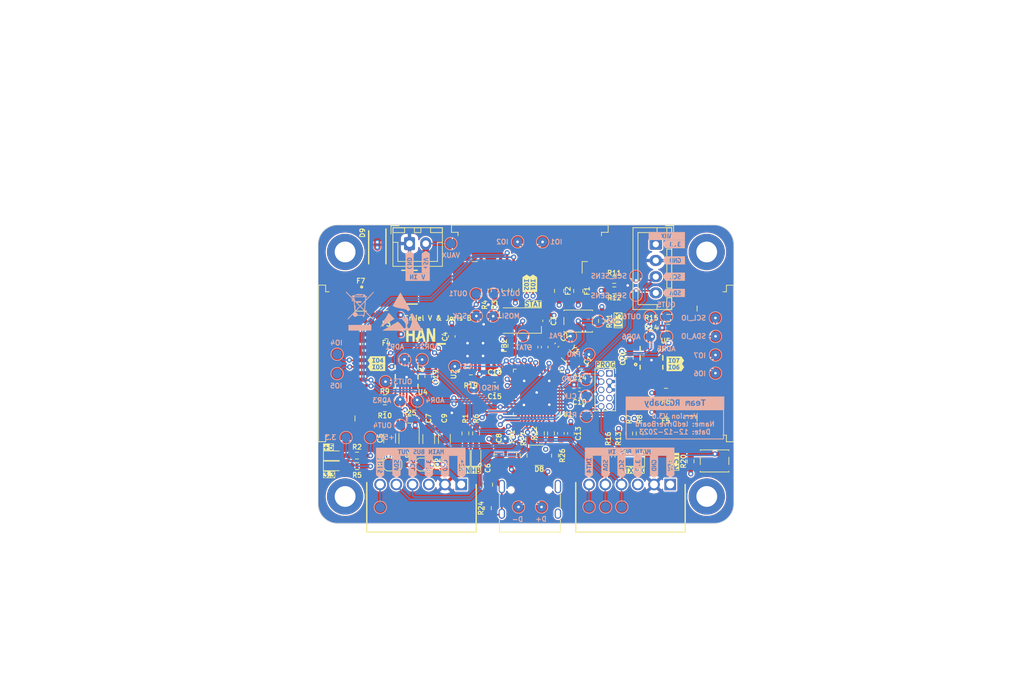
<source format=kicad_pcb>
(kicad_pcb (version 20221018) (generator pcbnew)
  (title_block (title "Led driver board BabySim") (date "12-12-2023") (rev "V3.0") (company "Health Concept Lab") (comment 1 "Author(s): Emiel Visser"))
  (layers (0 "F.Cu" signal) (1 "In1.Cu" power) (2 "In2.Cu" power) (31 "B.Cu" signal) (34 "B.Paste" user) (35 "F.Paste" user) (36 "B.SilkS" user "B.Silkscreen") (37 "F.SilkS" user "F.Silkscreen") (38 "B.Mask" user) (39 "F.Mask" user) (44 "Edge.Cuts" user))
  (net 0 "")
  (net 1 "VBUS")
  (net 2 "GNDD")
  (net 3 "/Power/3.3v")
  (net 4 "/VDDCORE")
  (net 5 "+3V3")
  (net 6 "/Power/SHIELD")
  (net 7 "/PA0_XTAL")
  (net 8 "/PA1_XTAL")
  (net 9 "+5V")
  (net 10 "/VDDANA")
  (net 11 "Net-(D1-A)")
  (net 12 "Net-(D2-A)")
  (net 13 "Net-(D3-A)")
  (net 14 "Net-(D4-A)")
  (net 15 "/D8_NEOPIXEL")
  (net 16 "/SCL_SENSOR_D13")
  (net 17 "/SDA_SENSOR_D11")
  (net 18 "/SCL")
  (net 19 "/INT4")
  (net 20 "/SDA")
  (net 21 "/INT5")
  (net 22 "Net-(U3-EN)")
  (net 23 "/PA7_FLASH_CS")
  (net 24 "/~{RESET}")
  (net 25 "/D5_HEALTH")
  (net 26 "/D14_HB")
  (net 27 "/AREF")
  (net 28 "/D4_FLASHMOSI")
  (net 29 "/D3_FLASHSCK")
  (net 30 "/D2_FLASHMISO")
  (net 31 "/USB_D-")
  (net 32 "/USB_D+")
  (net 33 "Net-(D5-A)")
  (net 34 "/SCL_IO")
  (net 35 "/SDA_IO")
  (net 36 "/TXLED")
  (net 37 "/RXLED")
  (net 38 "/USB_TERM_D-")
  (net 39 "/USB_TERM_D+")
  (net 41 "/USBHOSTEN")
  (net 42 "/SWCLK")
  (net 43 "/SWDIO")
  (net 44 "/ADR_LED1")
  (net 45 "/OUT_LED1")
  (net 46 "/ADR_LED2")
  (net 47 "/OUT_LED2")
  (net 48 "/OUT_LED3")
  (net 49 "/ADR_LED3")
  (net 50 "/OUT_LED4")
  (net 51 "/ADR_LED4")
  (net 52 "Net-(FB1-Pad1)")
  (net 53 "/ADR_LED5")
  (net 54 "/OUT_LED5")
  (net 55 "/ADR_LED6")
  (net 56 "/OUT_LED6")
  (net 57 "Net-(D9-A)")
  (net 58 "Net-(J1-Pin_1)")
  (net 59 "Net-(J1-Pin_14)")
  (net 60 "Net-(J2-Pin_1)")
  (net 61 "Net-(J2-Pin_14)")
  (net 62 "Net-(J3-Pin_1)")
  (net 63 "Net-(J3-Pin_14)")
  (net 64 "/IO_1")
  (net 65 "/IO_2")
  (net 66 "/IO_4")
  (net 67 "/IO_5")
  (net 68 "/IO_6")
  (net 69 "/IO_7")
  (net 70 "/IO_3")
  (net 71 "Net-(J1-Pin_4)")
  (net 72 "Net-(J2-Pin_4)")
  (net 73 "Net-(J3-Pin_4)")
  (net 74 "Net-(J1-Pin_15)")
  (net 75 "Net-(J2-Pin_15)")
  (net 76 "Net-(J3-Pin_15)")
  (net 77 "Net-(D6-A)")
  (net 80 "Net-(J8-CC1)")
  (net 82 "Net-(J8-CC2)")
  (net 90 "Net-(J9-Pin_2)")
  (footprint "MountingHole:MountingHole_3.2mm_M3_DIN965_Pad" (layer "F.Cu") (at 126.41 90.84)
    (fp_text reference "H1" hide)
    (fp_text value "MountingHole")
  )
  (footprint "Fuse:Fuse_0805_2012Metric_Pad1.15x1.40mm_HandSolder" (layer "F.Cu") (at 132.76 103.52)
    (fp_text reference "F4")
    (fp_text value "Polyfuse")
  )
  (footprint "Resistor_SMD:R_0603_1608Metric_Pad0.98x0.95mm_HandSolder" (layer "F.Cu") (at 167.8775 96.76 180)
    (fp_text reference "R12")
    (fp_text value "4.7k")
  )
  (footprint "Connector_FFC-FPC:TE_1-84952-6_1x16-1MP_P1.0mm_Horizontal" (layer "F.Cu") (at 181.54 108.03 90)
    (fp_text reference "J3" hide)
    (fp_text value "Conn_01x16_Pin")
  )
  (footprint "SamacSys_Parts:RGY-_S-PVQFN-N14_" (layer "F.Cu") (at 173.6 107.16)
    (fp_text reference "U5")
    (fp_text value "SN74AHCT125RGYR" hide)
  )
  (footprint "Resistor_SMD:R_0603_1608Metric_Pad0.98x0.95mm_HandSolder" (layer "F.Cu") (at 167.86 95.16)
    (fp_text reference "R11")
    (fp_text value "4.7k")
  )
  (footprint "SamacSys_Parts:RGY-_S-PVQFN-N14_" (layer "F.Cu") (at 135.8885 110.08 180)
    (fp_text reference "U4")
    (fp_text value "SN74AHCT125RGYR" hide)
  )
  (footprint "Resistor_SMD:R_0603_1608Metric_Pad0.98x0.95mm_HandSolder" (layer "F.Cu") (at 146.585 118.8 -90)
    (fp_text reference "R6")
    (fp_text value "330")
  )
  (footprint "SamacSys_Parts:SHDRRA6W70P0X250_1X6_1670X750X510P" (layer "F.Cu") (at 144.3 126.68 180)
    (fp_text reference "J6" hide)
    (fp_text value "1778667" hide)
  )
  (footprint "kibuzzard-65744F4B" (layer "F.Cu") (at 131.23 108.56)
    (fp_text reference "kibuzzard-65744F4B" hide)
    (fp_text value "G***" hide)
  )
  (footprint "LED_SMD:LED_0603_1608Metric_Pad1.05x0.95mm_HandSolder" (layer "F.Cu") (at 171.785744 122.2325 90)
    (fp_text reference "D6" hide)
    (fp_text value "ORANGE")
  )
  (footprint "Resistor_SMD:R_0603_1608Metric_Pad0.98x0.95mm_HandSolder" (layer "F.Cu") (at 153.897993 122.2275 90)
    (fp_text reference "R27")
    (fp_text value "5.1k 1%")
  )
  (footprint "Capacitor_SMD:C_1206_3216Metric_Pad1.33x1.80mm_HandSolder" (layer "F.Cu") (at 139.287993 119.679507 90)
    (fp_text reference "C7")
    (fp_text value "10uF")
  )
  (footprint "Resistor_SMD:R_0603_1608Metric_Pad0.98x0.95mm_HandSolder" (layer "F.Cu") (at 176.1825 100.99)
    (fp_text reference "R15")
    (fp_text value "62")
  )
  (footprint "Resistor_SMD:R_0603_1608Metric_Pad0.98x0.95mm_HandSolder" (layer "F.Cu") (at 136.295493 116.689507 180)
    (fp_text reference "R25")
    (fp_text value "100k")
  )
  (footprint "SamacSys_Parts:SON127P600X500X75-9N-D" (layer "F.Cu") (at 146.477993 105.852007 90)
    (fp_text reference "U2")
    (fp_text value "IS25LP032D-JLLE" hide)
  )
  (footprint "Connector_FFC-FPC:TE_1-84952-6_1x16-1MP_P1.0mm_Horizontal" (layer "F.Cu") (at 154.86 91.41 180)
    (fp_text reference "J1" hide)
    (fp_text value "Conn_01x16_Pin")
  )
  (footprint "Fiducial:Fiducial_1mm_Mask2mm" (layer "F.Cu") (at 178.66 96.27)
    (fp_text reference "FID2" hide)
    (fp_text value "Fiducial")
  )
  (footprint "Resistor_SMD:R_0603_1608Metric_Pad0.98x0.95mm_HandSolder" (layer "F.Cu") (at 166.937007 122.217993 90)
    (fp_text reference "R16")
    (fp_text value "4.7k")
  )
  (footprint "LED_SMD:LED_SK6812MINI_PLCC4_3.5x3.5mm_P1.75mm" (layer "F.Cu") (at 153.697993 101.412007)
    (fp_text reference "D10" hide)
    (fp_text value "SK6812MINI")
  )
  (footprint "Capacitor_SMD:C_0402_1005Metric_Pad0.74x0.62mm_HandSolder" (layer "F.Cu") (at 162.602993 108.794507 -135)
    (fp_text reference "C1")
    (fp_text value "15pF")
  )
  (footprint "Fuse:Fuse_0805_2012Metric_Pad1.15x1.40mm_HandSolder" (layer "F.Cu") (at 132.75 100.57)
    (fp_text reference "F3")
    (fp_text value "Polyfuse")
  )
  (footprint "Package_TO_SOT_SMD:SOT-23-5" (layer "F.Cu") (at 136.257993 119.587007 -90)
    (fp_text reference "U3")
    (fp_text value "AP2112K-3.3")
  )
  (footprint "Fuse:Fuse_0805_2012Metric_Pad1.15x1.40mm_HandSolder" (layer "F.Cu") (at 175.835 112.57 180)
    (fp_text reference "F6")
    (fp_text value "Polyfuse")
  )
  (footprint "Resistor_SMD:R_0603_1608Metric_Pad0.98x0.95mm_HandSolder" (layer "F.Cu") (at 165.967993 101.482007 90)
    (fp_text reference "R21")
    (fp_text value "10k")
  )
  (footprint "Capacitor_SMD:C_1206_3216Metric_Pad1.33x1.80mm_HandSolder" (layer "F.Cu") (at 141.697993 119.649507 90)
    (fp_text reference "C9")
    (fp_text value "1uF")
  )
  (footprint "Resistor_SMD:R_0603_1608Metric_Pad0.98x0.95mm_HandSolder" (layer "F.Cu") (at 171.780744 118.812993 -90)
    (fp_text reference "R8")
    (fp_text value "330")
  )
  (footprint "LED_SMD:LED_0603_1608Metric_Pad1.05x0.95mm_HandSolder" (layer "F.Cu") (at 124.7175 123.83)
    (fp_text reference "D3" hide)
    (fp_text value "GREEN")
  )
  (footprint "Crystal:Crystal_SMD_3215-2Pin_3.2x1.5mm" (layer "F.Cu") (at 160.802993 107.004507 135)
    (fp_text reference "Y1")
    (fp_text value "32.768mHz")
  )
  (footprint "MountingHole:MountingHole_3.2mm_M3_DIN965_Pad" (layer "F.Cu") (at 182.12 128.53)
    (fp_text reference "H3" hide)
    (fp_text value "MountingHole")
  )
  (footprint "SamacSys_Parts:DIOM5127X229N" (layer "F.Cu") (at 131.37 90.12 -90)
    (fp_text reference "D9")
    (fp_text value "D_Schottky" hide)
  )
  (footprint "Resistor_SMD:R_0603_1608Metric_Pad0.98x0.95mm_HandSolder" (layer "F.Cu") (at 170.170744 118.812993 -90)
    (fp_text reference "R7")
    (fp_text value "470")
  )
  (footprint "Resistor_SMD:R_0603_1608Metric_Pad0.98x0.95mm_HandSolder" (layer "F.Cu") (at 156.567993 118.797007 90)
    (fp_text reference "R22")
    (fp_text value "27")
  )
  (footprint "Connector_JST:JST_XH_B2B-XH-A_1x02_P2.50mm_Vertical" (layer "F.Cu") (at 136.33 89.555)
    (fp_text reference "J9" hide)
    (fp_text value "Conn_01x02_Socket")
  )
  (footprint "Capacitor_SMD:C_0603_1608Metric_Pad1.08x0.95mm_HandSolder" (layer "F.Cu") (at 170.28 107.25 -90)
    (fp_text reference "C20")
    (fp_text value "100nF")
  )
  (footprint "Inductor_SMD:L_0805_2012Metric_Pad1.15x1.40mm_HandSolder" (layer "F.Cu") (at 152.207993 105.279507 -90)
    (fp_text reference "FB2")
    (fp_text value "FerriteBead")
  )
  (footprint "Inductor_SMD:L_0805_2012Metric_Pad1.15x1.40mm_HandSolder" (layer "F.Cu") (at 152.117993 122.022007 90)
    (fp_text reference "FB1")
    (fp_text value "FerriteBead")
  )
  (footprint "Resistor_SMD:R_0603_1608Metric_Pad0.98x0.95mm_HandSolder" (layer "F.Cu") (at 132.525 113.38 180)
    (fp_text reference "R9")
    (fp_text value "62")
  )
  (footprint "Fuse:Fuse_0805_2012Metric_Pad1.15x1.40mm_HandSolder" (layer "F.Cu") (at 159.38 96.845 -90)
    (fp_text reference "F2")
    (fp_text value "Polyfuse")
  )
  (footprint "Capacitor_SMD:C_0603_1608Metric_Pad1.08x0.95mm_HandSolder" (layer "F.Cu") (at 149.437993 110.422007 180)
    (fp_text reference "C18")
    (fp_text value "10uF")
  )
  (footprint "MountingHole:MountingHole_3.2mm_M3_DIN965_Pad" (layer "F.Cu") (at 182.11 90.84)
    (fp_text reference "H2" hide)
    (fp_text value "MountingHole")
  )
  (footprint "kibuzzard-65744FA3" (layer "F.Cu") (at 154.36 95.67 -90)
    (fp_text reference "kibuzzard-65744FA3" hide)
    (fp_text value "G***" hide)
  )
  (footprint "Button_Switch_SMD:SW_SPST_PTS810" (layer "F.Cu") (at 183.317993 123.052007)
    (fp_text reference "SW1" hide)
    (fp_text value "SW_Push")
  )
  (footprint "Resistor_SMD:R_0603_1608Metric_Pad0.98x0.95mm_HandSolder" (layer "F.Cu") (at 158.737993 122.229507 90)
    (fp_text reference "R26")
    (fp_text value "5.1k 1%")
  )
  (footprint "LED_SMD:LED_0603_1608Metric_Pad1.05x0.95mm_HandSolder" (layer "F.Cu") (at 144.94 122.2175 90)
    (fp_text reference "D1" hide)
    (fp_text value "BLUE")
  )
  (footprint "Capacitor_SMD:C_0603_1608Metric_Pad1.08x0.95mm_HandSolder" (layer "F.Cu") (at 159.647993 118.807007 -90)
    (fp_text reference "C12" hide)
    (fp_text value "100nF")
  )
  (footprint "Resistor_SMD:R_0603_1608Metric_Pad0.98x0.95mm_HandSolder" (layer "F.Cu") (at 148.4 130.33 90)
    (fp_text reference "R24")
    (fp_text value "1m")
  )
  (footprint "LED_SMD:LED_0603_1608Metric_Pad1.05x0.95mm_HandSolder" (layer "F.Cu") (at 170.155744 122.2225 90)
    (fp_text reference "D5" hide)
    (fp_text value "GREEN")
  )
  (footprint "Capacitor_SMD:C_0603_1608Metric_Pad1.08x0.95mm_HandSolder" (layer "F.Cu") (at 157.147993 105.499507 90)
    (fp_text reference "C11" hide)
    (fp_text value "1uF")
  )
  (footprint "Resistor_SMD:R_0603_1608Metric_Pad0.98x0.95mm_HandSolder" (layer "F.Cu") (at 132.5275 114.93 180)
    (fp_text reference "R10")
    (fp_text value "62")
  )
  (footprint "Resistor_SMD:R_0603_1608Metric_Pad0.98x0.95mm_HandSolder" (layer "F.Cu") (at 147.91 96.77 90)
    (fp_text reference "R4")
    (fp_text value "62")
  )
  (footprint "LED_SMD:LED_0603_1608Metric_Pad1.05x0.95mm_HandSolder" (layer "F.Cu") (at 146.58 122.215 90)
    (fp_text reference "D4" hide)
    (fp_text value "RED")
  )
  (footprint "Capacitor_SMD:C_0603_1608Metric_Pad1.08x0.95mm_HandSolder" (layer "F.Cu") (at 149.435493 112.002007 180)
    (fp_text reference "C15")
    (fp_text value "100nF")
  )
  (footprint "SamacSys_Parts:SHDRRA6W70P0X250_1X6_1670X750X510P" (layer "F.Cu") (at 176.49 126.68 180)
    (fp_text reference "J5" hide)
    (fp_text value "1778667" hide)
  )
  (footprint "Resistor_SMD:R_0603_1608Metric_Pad0.98x0.95mm_HandSolder" (layer "F.Cu") (at 144.94 118.8025 -90)
    (fp_text reference "R1")
    (fp_text value "330")
  )
  (footprint "Connector_JST:JST_XH_B4B-XH-A_1x04_P2.50mm_Vertical" (layer "F.Cu") (at 174.265 89.65 -90)
    (fp_text reference "J4" hide)
    (fp_text value "Conn_01x04_Socket")
  )
  (footprint "kibuzzard-65744FAF" (layer "F.Cu") (at 155.36 95.67 -90)
    (fp_text reference "kibuzzard-65744FAF" hide)
    (fp_text value "G***" hide)
  )
  (footprint "Connector_FFC-FPC:TE_1-84952-6_1x16-1MP_P1.0mm_Horizontal" (layer "F.Cu") (at 127.02 108.02 -90)
    (fp_text reference "J2" hide)
    (fp_text value "Conn_01x16_Pin")
  )
  (footprint "LED_SMD:LED_0603_1608Metric_Pad1.05x0.95mm_HandSolder" (layer "F.Cu") (at 124.7275 122.245)
    (fp_text reference "D2" hide)
    (fp_text value "RED")
  )
  (footprint "Resistor_SMD:R_0603_1608Metric_Pad0.98x0.95mm_HandSolder" (layer "F.Cu") (at 128.235 122.23 180)
    (fp_text reference "R2")
    (fp_text value "2.2k")
  )
  (footprint "Capacitor_SMD:C_1206_3216Metric_Pad1.33x1.80mm_HandSolder" (layer "F.Cu") (at 133.267993 119.569507 90)
    (fp_text reference "C5")
    (fp_text value "10uF")
  )
  (footprint "Fiducial:Fiducial_1mm_Mask2mm" (layer "F.Cu") (at 178.66 119.91)
    (fp_text reference "FID3" hide)
    (fp_text value "Fiducial")
  )
  (footprint "Resistor_SMD:R_0603_1608Metric_Pad0.98x0.95mm_HandSolder" (layer "F.Cu") (at 168.497007 122.217993 -90)
    (fp_text reference "R13")
    (fp_text value "4.7k")
  )
  (footprint "Capacitor_SMD:C_0603_1608Metric_Pad1.08x0.95mm_HandSolder" (layer "F.Cu") (at 142.837993 103.862007 90)
    (fp_text reference "C4")
    (fp_text value "100nF")
  )
  (footprint "Resistor_SMD:R_0603_1608Metric_Pad0.98x0.95mm_HandSolder" (layer "F.Cu") (at 152.63 96.7525 -90)
    (fp_text reference "R18" hide)
    (fp_text value "4.7k")
  )
  (footprint "Jumper:SolderJumper-2_P1.3mm_Open_RoundedPad1.0x1.5mm" (layer "F.Cu") (at 133.747993 123.59)
    (fp_text reference "JP1")
    (fp_text value "Jumper_2_Open")
  )
  (footprint "Package_TO_SOT_SMD:SOT-143" (layer "F.Cu") (at 156.307993 122.182007)
    (fp_text reference "D8")
    (fp_text value "PRTR5V0U2X")
  )
  (footprint "Resistor_SMD:R_0603_1608Metric_Pad0.98x0.95mm_HandSolder" (layer "F.Cu") (at 176.17 102.53)
    (fp_text reference "R14")
    (fp_text value "62")
  )
  (footprint "kibuzzard-6574DAAD" (layer "F.Cu") (at 177.28 108.58)
    (fp_text reference "kibuzzard-6574DAAD" hide)
    (fp_text value "G***" hide)
  )
  (footprint "Capacitor_SMD:C_0603_1608Metric_Pad1.08x0.95mm_HandSolder" (layer "F.Cu") (at 154.007993 105.479507 90)
    (fp_text reference "C17" hide)
    (fp_text value "10uF")
  )
  (footprint "Capacitor_SMD:C_0603_1608Metric_Pad1.08x0.95mm_HandSolder" (layer "F.Cu") (at 162.515493 111.282007)
    (fp_text reference "C14")
    (fp_text value "100nF")
  )
  (footprint "Resistor_SMD:R_0603_1608Metric_Pad0.98x0.95mm_HandSolder" (layer "F.Cu") (at 145.767993 110.312007 180)
    (fp_text reference "R19")
    (fp_text value "10k")
  )
  (footprint "Resistor_SMD:R_0603_1608Metric_Pad0.98x0.95mm_HandSolder" (layer "F.Cu") (at 151.09 96.76 90)
    (fp_text reference "R17" hide)
    (fp_text value "4.7k")
  )
  (footprint "SamacSys_Parts:0031.7701.11" (layer "F.Cu") (at 136.325026 96.27)
    (fp_text reference "F7")
    (fp_text value "Fuse" hide)
  )
  (footprint "Fuse:Fuse_0805_2012Metric_Pad1.15x1.40mm_HandSolder" (layer "F.Cu") (at 175.815 115.52 180)
    (fp_text reference "F5")
    (fp_text value "Polyfuse")
  )
  (footprint "Resistor_SMD:R_0603_1608Metric_Pad0.98x0.95mm_HandSolder" (layer "F.Cu") (at 179.627993 123.112007 -90)
    (fp_text reference "R20")
    (fp_text value "10k")
  )
  (footprint "Fuse:Fuse_0805_2012Metric_Pad1.15x1.40mm_HandSolder" (layer "F.Cu") (at 162.33 96.845 -90)
    (fp_text reference "F1")
    (fp_text value "Polyfuse")
  )
  (footprint "Capacitor_SMD:C_0805_2012Metric_Pad1.18x1.45mm_HandSolder" (layer "F.Cu") (at 150.107993 121.994507 -90)
    (fp_text reference "C8")
    (fp_text value "100uF")
  )
  (footprint "Capacitor_SMD:C_0603_1608Metric_Pad1.08x0.95mm_HandSolder" (layer "F.Cu") (at 139.2085 110.05 90)
    (fp_text reference "C19")
    (fp_text value "100nF")
  )
  (footprint "Capacitor_SMD:C_0603_1608Metric_Pad1.08x0.95mm_HandSolder" (layer "F.Cu") (at 157.367993 101.462007 90)
    (fp_text reference "C3")
    (fp_text value "1uF")
  )
  (footprint "Capacitor_SMD:C_0805_2012Metric_Pad1.18x1.45mm_HandSolder" (layer "F.Cu") (at 148.39 126.71 -90)
    (fp_text reference "C6")
    (fp_text value "4.7nF 1kV")
  )
  (footprint "Resistor_SMD:R_0603_1608Metric_Pad0.98x0.95mm_HandSolder" (layer "F.Cu") (at 128.245 123.855 180)
    (fp_text reference "R5")
    (fp_text value "470")
  )
  (footprint "kibuzzard-65744F40" (layer "F.Cu") (at 131.23 107.54)
    (fp_text reference "kibuzzard-65744F40" hide)
    (fp_text value "G***" hide)
  )
  (footprint "Connector_USB:USB_C_Receptacle_HRO_TYPE-C-31-M-12" (layer "F.Cu") (at 154.87 130.13)
    (fp_text reference "J8" hide)
    (fp_text value "USB_C_Receptacle_USB2.0")
  )
  (footprint "Resistor_SMD:R_0603_1608Metric_Pad0.98x0.95mm_HandSolder" (layer "F.Cu") (at 158.117993 118.807007 90)
    (fp_text reference "R23" hide)
    (fp_text value "27")
  )
  (footprint "Capacitor_SMD:C_0603_1608Metric_Pad1.08x0.95mm_HandSolder" (layer "F.Cu") (at 161.197993 118.819507 -90)
    (fp_text reference "C13")
    (fp_text value "10uF")
  )
  (footprint "MountingHole:MountingHole_3.2mm_M3_DIN965_Pad" (layer "F.Cu") (at 126.41 128.53)
    (fp_text reference "H4" hide)
    (fp_text value "MountingHole")
  )
  (footprint "Fiducial:Fiducial_1mm_Mask2mm" (layer "F.Cu") (at 136.325026 96.27)
    (fp_text reference "FID1" hide)
    (fp_text value "Fiducial")
  )
  (footprint "Capacitor_SMD:C_0402_1005Metric_Pad0.74x0.62mm_HandSolder" (layer "F.Cu") (at 159.014276 105.193224 -135)
    (fp_text reference "C2")
    (fp_text value "15pF")
  )
  (footprint "Capacitor_SMD:C_0603_1608Metric_Pad1.08x0.95mm_HandSolder" (layer "F.Cu") (at 162.505493 112.852007 180)
    (fp_text reference "C10")
    (fp_text value "10uF")
  )
  (footprint "Button_Switch_SMD:SW_SPST_PTS810" (layer "F.Cu") (at 162.307993 101.492007 180)
    (fp_text reference "SW2" hide)
    (fp_text value "SW_Push")
  )
  (footprint "Connector_PinSocket_1.27mm:PinSocket_2x05_P1.27mm_Vertical" (layer "F.Cu") (at 167.122993 109.554507)
    (fp_text reference "J7" hide)
    (fp_text value "Conn_02x05_Odd_Even")
  )
  (footprint "Jumper:SolderJumper-2_P1.3mm_Open_RoundedPad1.0x1.5mm" (layer "F.Cu") (at 138.697993 123.599507)
    (fp_text reference "JP2")
    (fp_text value "Jumper_2_Open")
  )
  (footprint "kibuzzard-6574DAA4" (layer "F.Cu") (at 177.28 107.58)
    (fp_text reference "kibuzzard-6574DAA4" hide)
    (fp_text value "G***" hide)
  )
  (footprint "Resistor_SMD:R_0603_1608Metric_Pad0.98x0.95mm_HandSolder" (layer "F.Cu") (at 149.44 96.77 90)
    (fp_text reference "R3")
    (fp_text value "62")
  )
  (footprint "Package_DFN_QFN:QFN-48-1EP_7x7mm_P0.5mm_EP5.15x5.15mm" (layer "F.Cu") (at 155.932993 112.504507 -90)
    (fp_text reference "U1")
    (fp_text value "ATSAMD21G18A-M")
  )
  (footprint "User:HAN_logo" (layer "F.Cu") (at 138.86 103.86)
    (fp_text reference "G***")
    (fp_text value "LOGO" hide)
  )
  (footprint "Capacitor_SMD:C_0603_1608Metric_Pad1.08x0.95mm_HandSolder" (layer "F.Cu") (at 155.587993 105.499507 90)
    (fp_text reference "C16" hide)
    (fp_text value "100nF")
  )
  (footprint "TestPoint:TestPoint_Pad_D1.5mm" (layer "B.Cu") (at 175.94 103.88 180)
    (fp_text reference "TP35" hide)
    (fp_text value "ADR_LED5")
  )
  (footprint "TestPoint:TestPoint_Pad_D1.5mm" (layer "B.Cu") (at 153.12 130.15 180)
    (fp_text reference "TP28" hide)
    (fp_text value "D-")
  )
  (footprint "Symbol:ESD-Logo_6.6x6mm_SilkScreen" (layer "B.Cu") (at 135.081761 100.014512 180)
    (fp_text reference "REF**" hide)
    (fp_text value "ESD-Logo_6.6x6mm_SilkScreen" hide)
  )
  (footprint "kibuzzard-6574640D" (layer "B.Cu") (at 177.22 114.13 180)
    (fp_text reference "kibuzzard-6574640D" hide)
    (fp_text value "G***" hide)
  )
  (footprint "TestPoint:TestPoint_Pad_D1.5mm" (layer "B.Cu") (at 175.94 100.76 180)
    (fp_text reference "TP41" hide)
    (fp_text value "OUT_LED5")
  )
  (footprint "Symbol:WEEE-Logo_4.2x6mm_SilkScreen" (layer "B.Cu") (at 128.68 99.94 180)
    (fp_text reference "REF**" hide)
    (fp_text value "WEEE-Logo_4.2x6mm_SilkScreen" hide)
  )
  (footprint "TestPoint:TestPoint_Pad_D1.5mm" (layer "B.Cu") (at 134.89 113.8 180)
    (fp_text reference "TP33" hide)
    (fp_text value "ADR_LED3")
  )
  (footprint "TestPoint:TestPoint_Pad_D1.5mm" (layer "B.Cu") (at 130.32 119.43 -90)
    (fp_text reference "TP26" hide)
    (fp_text value "5V")
  )
  (footprint "TestPoint:TestPoint_Pad_D1.5mm" (layer "B.Cu") (at 146.207993 111.802007 180)
    (fp_text reference "TP21" hide)
    (fp_text value "MISO")
  )
  (footprint "kibuzzard-65744A78" (layer "B.Cu") (at 144.34 123.96 -90)
    (fp_text reference "kibuzzard-65744A78" hide)
    (fp_text value "G***" hide)
  )
  (footprint "kibuzzard-65744A66" (layer "B.Cu") (at 139.3 123.96 -90)
    (fp_text reference "kibuzzard-65744A66" hide)
    (fp_text value "G***" hide)
  )
  (footprint "kibuzzard-6574D710" (layer "B.Cu") (at 175.96 88.39 180)
    (fp_text reference "kibuzzard-6574D710" hide)
    (fp_text value "G***" hide)
  )
  (footprint "TestPoint:TestPoint_Pad_D1.5mm" (layer "B.Cu") (at 171.21 94.57 180)
    (fp_text reference "TP15" hide)
    (fp_text value "SCL_SEN")
  )
  (footprint "TestPoint:TestPoint_Pad_D1.5mm" (layer "B.Cu") (at 138.27 107.43 180)
    (fp_text reference "TP32" hide)
    (fp_text value "ADR_LED2")
  )
  (footprint "TestPoint:TestPoint_Pad_D1.5mm" (layer "B.Cu") (at 125.18 106.6 180)
    (fp_text reference "TP4" hide)
    (fp_text value "IO_4")
  )
  (footprint "TestPoint:TestPoint_Pad_D1.5mm" (layer "B.Cu") (at 173.39 100.76 180)
    (fp_text reference "TP42" hide)
    (fp_text value "OUT_LED6")
  )
  (footprint "kibuzzard-6574D547" (layer "B.Cu") (at 138.07 121.64 180)
    (fp_text reference "kibuzzard-6574D547" hide)
    (fp_text value "G***" hide)
  )
  (footprint "TestPoint:TestPoint_Pad_D1.5mm" (layer "B.Cu") (at 149.187993 100.722007 180)
    (fp_text reference "TP20" hide)
    (fp_text value "MOSI")
  )
  (footprint "kibuzzard-6574D849" (layer "B.Cu") (at 137.58 94.69 180)
    (fp_text reference "kibuzzard-6574D849" hide)
    (fp_text value "G***" hide)
  )
  (footprint "TestPoint:TestPoint_Pad_D1.5mm" (layer "B.Cu") (at 156.83 89.29 180)
    (fp_text reference "TP1" hide)
    (fp_text value "IO_1")
  )
  (footprint "TestPoint:TestPoint_Pad_D1.5mm" (layer "B.Cu") (at 183.46 103.85 180)
    (fp_text reference "TP25" hide)
    (fp_text value "SDA_IO")
  )
  (footprint "kibuzzard-65744A4B" (layer "B.Cu") (at 134.32 123.96 -90)
    (fp_text reference "kibuzzard-65744A4B" hide)
    (fp_text value "G***" hide)
  )
  (footprint "TestPoint:TestPoint_Pad_D1.5mm" (layer "B.Cu") (at 183.46 109.52 180)
    (fp_text reference "TP6" hide)
    (fp_text value "IO_6")
  )
  (footprint "kibuzzard-65744A88" (layer "B.Cu") (at 141.8 123.96 -90)
    (fp_text reference "kibuzzard-65744A88" hide)
    (fp_text value "G***" hide)
  )
  (footprint "TestPoint:TestPoint_Pad_D1.5mm" (layer "B.Cu") (at 132.63 110.84 180)
    (fp_text reference "TP39" hide)
    (fp_text value "OUT_LED3")
  )
  (footprint "TestPoint:TestPoint_Pad_D1.5mm" (layer "B.Cu") (at 135.58 107.43 180)
    (fp_text reference "TP31" hide)
    (fp_text value "ADR_LED1")
  )
  (footprint "kibuzzard-65744BCE" (layer "B.Cu") (at 177.05 94.65 180)
    (fp_text reference "kibuzzard-65744BCE" hide)
    (fp_text value "G***" hide)
  )
  (footprint "kibuzzard-6574499F" (layer "B.Cu") (at 138.83 92.37 90)
    (fp_text reference "kibuzzard-6574499F" hide)
    (fp_text value "G***" hide)
  )
  (footprint "TestPoint:TestPoint_Pad_D1.5mm" (layer "B.Cu") (at 161.127993 103.822007 180)
    (fp_text reference "TP8" hide)
    (fp_text value "CLK_A1")
  )
  (footprint "kibuzzard-657449AF" (layer "B.Cu") (at 136.34 92.37 90)
    (fp_text reference "kibuzzard-657449AF" hide)
    (fp_text value "G***" hide)
  )
  (footprint "TestPoint:TestPoint_Pad_D1.5mm" (layer "B.Cu") (at 126.55 119.45 -90)
    (fp_text reference "TP27" hide)
    (fp_text value "3.3V")
  )
  (footprint "TestPoint:TestPoint_Pad_D1.5mm" (layer "B.Cu") (at 153.82 103.8 180)
    (fp_text reference "TP12" hide)
    (fp_text value "NEOPIXEL")
  )
  (footprint "kibuzzard-65744B8B" (layer "B.Cu") (at 163.96 123.95 -90)
    (fp_text reference "kibuzzard-65744B8B" hide)
    (fp_text value "G***" hide)
  )
  (footprint "kibuzzard-65744BC6" (layer "B.Cu") (at 177.05 97.15 180)
    (fp_text reference "kibuzzard-65744BC6" hide)
    (fp_text value "G***" hide)
  )
  (footprint "TestPoint:TestPoint_Pad_D1.5mm" (layer "B.Cu") (at 166.53 130.15 180)
    (fp_text reference "TP23" hide)
    (fp_text value "SDA")
  )
  (footprint "TestPoint:TestPoint_Pad_D1.5mm" (layer "B.Cu") (at 134.93 117.55 180)
    (fp_text reference "TP40" hide)
    (fp_text value "OUT_LED4")
  )
  (footprint "TestPoint:TestPoint_Pad_D1.5mm" (layer "B.Cu") (at 163.947993 106.612007 180)
    (fp_text reference "TP9" hide)
    (fp_text value "CLK_A0")
  )
  (footprint "kibuzzard-65744A88" (layer "B.Cu") (at 173.99 123.96 -90)
    (fp_text reference "kibuzzard-65744A88" hide)
    (fp_text value "G***" hide)
  )
  (footprint "kibuzzard-65744A4B" (layer "B.Cu") (at 166.51 123.96 -90)
    (fp_text reference "kibuzzard-65744A4B" hide)
    (fp_text value "G***" hide)
  )
  (footprint "TestPoint:TestPoint_Pad_D1.5mm" (layer "B.Cu") (at 163.99 130.14 180)
    (fp_text reference "TP10" hide)
    (fp_text value "INT4")
  )
  (footprint "TestPoint:TestPoint_Pad_D1.5mm" (layer "B.Cu") (at 169.03 130.15 180)
    (fp_text reference "TP22" hide)
    (fp_text value "SCL")
  )
  (footprint "TestPoint:TestPoint_Pad_D1.5mm" (layer "B.Cu") (at 165.39 101.49 180)
    (fp_text reference "TP3" hide)
    (fp_text value "IO_3")
  )
  (footprint "TestPoint:TestPoint_Pad_D1.5mm" (layer "B.Cu") (at 137.53 113.81 180)
    (fp_text reference "TP34" hide)
    (fp_text value "ADR_LED4")
  )
  (footprint "TestPoint:TestPoint_Pad_D1.5mm" (layer "B.Cu") (at 143.307993 108.482007 180)
    (fp_text reference "TP18" hide)
    (fp_text value "CS")
  )
  (footprint "kibuzzard-6574D62C" (layer "B.Cu") (at 131.8 123.96 -90)
    (fp_text reference "kibuzzard-6574D62C" hide)
    (fp_text value "G***" hide)
  )
  (footprint "TestPoint:TestPoint_Pad_D1.5mm" (layer "B.Cu") (at 183.46 106.72 180)
    (fp_text reference "TP7" hide)
    (fp_text value "IO_7")
  )
  (footprint "TestPoint:TestPoint_Pad_D1.5mm" (layer "B.Cu") (at 163.537993 113.062007 180)
    (fp_text reference "TP14" hide)
    (fp_text value "CLK")
  )
  (footprint "TestPoint:TestPoint_Pad_D1.5mm" (layer "B.Cu") (at 163.57 116.17 180)
    (fp_text reference "TP17" hide)
    (fp_text value "RST")
  )
  (footprint "kibuzzard-65744A5E" (layer "B.Cu") (at 168.98 123.96 -90)
    (fp_text reference "kibuzzard-65744A5E" hide)
    (fp_text value "G***" hide)
  )
  (footprint "TestPoint:TestPoint_Pad_D1.5mm" (layer "B.Cu") (at 183.45 101.01 180)
    (fp_text reference "TP24" hide)
    (fp_text value "SCL_IO")
  )
  (footprint "TestPoint:TestPoint_Pad_D1.5mm" (layer "B.Cu") (at 156.67 130.15 180)
    (fp_text reference "TP29" hide)
    (fp_text value "D+")
  )
  (footprint "TestPoint:TestPoint_Pad_D1.5mm" (layer "B.Cu") (at 146.607993 100.702007 180)
    (fp_text reference "TP19" hide)
    (fp_text value "SCK")
  )
  (footprint "kibuzzard-65744A5E" (layer "B.Cu") (at 136.79 123.96 -90)
    (fp_text reference "kibuzzard-65744A5E" hide)
    (fp_text value "G***" hide)
  )
  (footprint "TestPoint:TestPoint_Pad_D1.5mm" (layer "B.Cu") (at 149.25 97.32 180)
    (fp_text reference "TP38" hide)
    (fp_text value "OUT_LED2")
  )
  (footprint "TestPoint:TestPoint_Pad_D1.5mm" (layer "B.Cu") (at 146.59 97.31 180)
    (fp_text reference "TP37" hide)
    (fp_text value "OUT_LED1")
  )
  (footprint "TestPoint:TestPoint_Pad_D1.5mm" (layer "B.Cu") (at 152.98 89.28 180)
    (fp_text reference "TP2" hide)
    (fp_text value "IO_2")
  )
  (footprint "TestPoint:TestPoint_Pad_D1.5mm" (layer "B.Cu") (at 142.7 89.55 -90)
    (fp_text reference "TP30" hide)
    (fp_text value "5V_AUX")
  )
  (footprint "TestPoint:TestPoint_Pad_D1.5mm" (layer "B.Cu") (at 171.22 97.5 180)
    (fp_text reference "TP16" hide)
    (fp_text value "SDA_SEN")
  )
  (footprint "TestPoint:TestPoint_Pad_D1.5mm" (layer "B.Cu") (at 125.18 109.6 180)
    (fp_text reference "TP5" hide)
    (fp_text value "IO_5")
  )
  (footprint "TestPoint:TestPoint_Pad_D1.5mm" (layer "B.Cu") (at 163.547993 110.482007 180)
    (fp_text reference "TP13" hide)
    (fp_text value "SWD")
  )
  (footprint "kibuzzard-65744A78" (layer "B.Cu") (at 176.51 123.95 -90)
    (fp_text reference "kibuzzard-65744A78" hide)
    (fp_text value "G***" hide)
  )
  (footprint "TestPoint:TestPoint_Pad_D1.5mm" (layer "B.Cu") (at 173.42 103.9 180)
    (fp_text reference "TP36" hide)
    (fp_text value "ADR_LED6")
  )
  (footprint "TestPoint:TestPoint_Pad_D1.5mm" (layer "B.Cu") (at 131.832007 130.207993 180)
    (fp_text reference "TP11" hide)
    (fp_text value "INT5")
  )
  (footprint "kibuzzard-65744A66" (layer "B.Cu") (at 171.49 123.96 -90)
    (fp_text reference "kibuzzard-65744A66" hide)
    (fp_text value "G***" hide)
  )
  (footprint "kibuzzard-65744BAF" (layer "B.Cu") (at 177.06 92.14 180)
    (fp_text reference "kibuzzard-65744BAF" hide)
    (fp_text value "G***" hide)
  )
  (footprint "kibuzzard-6574D579" (layer "B.Cu") (at 170.24 121.62 180)
    (fp_text reference "kibuzzard-6574D579" hide)
    (fp_text value "G***" hide)
  )
  (footprint "kibuzzard-65744BA2" (layer "B.Cu") (at 177.05 89.64 180)
    (fp_text reference "kibuzzard-65744BA2" hide)
    (fp_text value "G***" hide)
  )
  (gr_line (start 125.26 86.68) (end 183.26 86.68) (stroke (width 0.1)) (layer "Edge.Cuts"))
  (gr_line (start 183.26 132.68) (end 125.26 132.68) (stroke (width 0.1)) (layer "Edge.Cuts"))
  (gr_line (start 186.26 89.68) (end 186.26 129.68) (stroke (width 0.1)) (layer "Edge.Cuts"))
  (gr_arc (start 186.26 129.68) (mid 185.38132 131.80132) (end 183.26 132.68) (stroke (width 0.1)) (layer "Edge.Cuts"))
  (gr_arc (start 122.26 89.68) (mid 123.13868 87.55868) (end 125.26 86.68) (stroke (width 0.1)) (layer "Edge.Cuts"))
  (gr_line (start 122.26 129.68) (end 122.26 89.68) (stroke (width 0.1)) (layer "Edge.Cuts"))
  (gr_arc (start 183.26 86.68) (mid 185.38132 87.55868) (end 186.26 89.68) (stroke (width 0.1)) (layer "Edge.Cuts"))
  (gr_arc (start 125.26 132.68) (mid 123.13868 131.80132) (end 122.26 129.68) (stroke (width 0.1)) (layer "Edge.Cuts"))
  (gr_text "SCL_IO" (at 182.09 101.45) (layer "B.SilkS") (effects (font (size 0.75 0.75) (thickness 0.15) bold) (justify left bottom mirror)))
  (gr_text "PA1" (at 159.95 104.19) (layer "B.SilkS") (effects (font (size 0.75 0.75) (thickness 0.15) bold) (justify left bottom mirror)))
  (gr_text "MISO" (at 150.27 112.23) (layer "B.SilkS") (effects (font (size 0.75 0.75) (thickness 0.15) bold) (justify left bottom mirror)))
  (gr_text "ADR6" (at 172 104.36) (layer "B.SilkS") (effects (font (size 0.75 0.75) (thickness 0.15) bold) (justify left bottom mirror)))
  (gr_text "RST" (at 162.21 116.43) (layer "B.SilkS") (effects (font (size 0.75 0.75) (thickness 0.15) bold) (justify left bottom mirror)))
  (gr_text "OUT3" (at 136.83 111.27) (layer "B.SilkS") (effects (font (size 0.75 0.75) (thickness 0.15) bold) (justify left bottom mirror)))
  (gr_text "CS" (at 146.07 108.91) (layer "B.SilkS") (effects (font (size 0.75 0.75) (thickness 0.15) bold) (justify left bottom mirror)))
  (gr_text "ADR2" (at 140.9 105.88) (layer "B.SilkS") (effects (font (size 0.75 0.75) (thickness 0.15) bold) (justify left bottom mirror)))
  (gr_text "MOSI" (at 153.38 101.15) (layer "B.SilkS") (effects (font (size 0.75 0.75) (thickness 0.15) bold) (justify left bottom mirror)))
  (gr_text "SCK" (at 145.27 101.16) (layer "B.SilkS") (effects (font (size 0.75 0.75) (thickness 0.15) bold) (justify left bottom mirror)))
  (gr_text "+5V" (at 134.12 119.83) (layer "B.SilkS") (effects (font (size 0.75 0.75) (thickness 0.15) bold) (justify left bottom mirror)))
  (gr_text "ADR1" (at 135.59 105.91) (layer "B.SilkS") (effects (font (size 0.75 0.75) (thickness 0.15) bold) (justify left bottom mirror)))
  (gr_text "OUT2" (at 153.47 97.66) (layer "B.SilkS") (effects (font (size 0.75 0.75) (thickness 0.15) bold) (justify left bottom mirror)))
  (gr_text "ADR5" (at 177.4 106.2) (layer "B.SilkS") (effects (font (size 0.75 0.75) (thickness 0.15) bold) (justify left bottom mirror)))
  (gr_text "OUT6" (at 172.07 101.25) (layer "B.SilkS") (effects (font (size 0.75 0.75) (thickness 0.15) bold) (justify left bottom mirror)))
  (gr_text "ADR4" (at 141.8 114.14) (layer "B.SilkS") (effects (font (size 0.75 0.75) (thickness 0.15) bold) (justify left bottom mirror)))
  (gr_text "IO1" (at 159.96 89.72) (layer "B.SilkS") (effects (font (size 0.75 0.75) (thickness 0.15) bold) (justify left bottom mirror)))
  (gr_text "IO2" (at 151.66 89.72) (layer "B.SilkS") (effects (font (size 0.75 0.75) (thickness 0.15) bold) (justify left bottom mirror)))
  (gr_text "IO3" (at 168.7 101.93) (layer "B.SilkS") (effects (font (size 0.75 0.75) (thickness 0.15) bold) (justify left bottom mirror)))
  (gr_text "D+" (at 157.53 132.45) (layer "B.SilkS") (effects (font (size 0.75 0.75) (thickness 0.15) bold) (justify left bottom mirror)))
  (gr_text "ADR3" (at 133.6 114.16) (layer "B.SilkS") (effects (font (size 0.75 0.75) (thickness 0.15) bold) (justify left bottom mirror)))
  (gr_text "IO7" (at 182.07 107.25) (layer "B.SilkS") (effects (font (size 0.75 0.75) (thickness 0.15) bold) (justify left bottom mirror)))
  (gr_text "OUT5" (at 177.38 99.41) (layer "B.SilkS") (effects (font (size 0.75 0.75) (thickness 0.15) bold) (justify left bottom mirror)))
  (gr_text "OUT4" (at 133.69 118.02) (layer "B.SilkS") (effects (font (size 0.75 0.75) (thickness 0.15) bold) (justify left bottom mirror)))
  (gr_text "SCL_SENS" (at 169.89 98.01) (layer "B.SilkS") (effects (font (size 0.75 0.75) (thickness 0.15) bold) (justify left bottom mirror)))
  (gr_text "IO6" (at 182.07 110.03) (layer "B.SilkS") (effects (font (size 0.75 0.75) (thickness 0.15) bold) (justify left bottom mirror)))
  (gr_text "VAUX" (at 144.2 91.79) (layer "B.SilkS") (effects (font (size 0.75 0.75) (thickness 0.15) bold) (justify left bottom mirror)))
  (gr_text "D-" (at 153.91 132.49) (layer "B.SilkS") (effects (font (size 0.75 0.75) (thickness 0.15) bold) (justify left bottom mirror)))
  (gr_text "IO5" (at 126.06 111.91) (layer "B.SilkS") (effects (font (size 0.75 0.75) (thickness 0.15) bold) (justify left bottom mirror)))
  (gr_text "SDA_IO" (at 182.1 104.27) (layer "B.SilkS") (effects (font (size 0.75 0.75) (thickness 0.15) bold) (justify left bottom mirror)))
  (gr_text "SWD" (at 162.18 110.83) (layer "B.SilkS") (effects (font (size 0.75 0.75) (thickness 0.15) bold) (justify left bottom mirror)))
  (gr_text "STAT" (at 155.29 106.02) (layer "B.SilkS") (effects (font (size 0.75 0.75) (thickness 0.15) bold) (justify left bottom mirror)))
  (gr_text "IO4" (at 126.11 105.28) (layer "B.SilkS") (effects (font (size 0.75 0.75) (thickness 0.15) bold) (justify left bottom mirror)))
  (gr_text "PA0" (at 162.79 107.06) (layer "B.SilkS") (effects (font (size 0.75 0.75) (thickness 0.15) bold) (justify left bottom mirror)))
  (gr_text "CLK" (at 162.18 113.51) (layer "B.SilkS") (effects (font (size 0.75 0.75) (thickness 0.15) bold) (justify left bottom mirror)))
  (gr_text "OUT1" (at 145.33 97.69) (layer "B.SilkS") (effects (font (size 0.75 0.75) (thickness 0.15) bold) (justify left bottom mirror)))
  (gr_text "3.3" (at 125.13 119.86) (layer "B.SilkS") (effects (font (size 0.75 0.75) (thickness 0.15) bold) (justify left bottom mirror)))
  (gr_text "SCL_SENS" (at 169.91 94.98) (layer "B.SilkS") (effects (font (size 0.75 0.75) (thickness 0.15) bold) (justify left bottom mirror)))
  (gr_text "Emiel V & Joris B" (at 135.43 101.48) (layer "F.SilkS") (effects (font (size 0.75 0.75)) (justify left bottom)))
  (gr_text "TX" (at 169.43 124.97) (layer "F.SilkS" knockout) (effects (font (size 0.75 0.75)) (justify left bottom)))
  (gr_text "STAT" (at 154 99.3) (layer "F.SilkS" knockout) (effects (font (size 0.75 0.75)) (justify left bottom)))
  (gr_text "RX" (at 170.92 124.97) (layer "F.SilkS" knockout) (effects (font (size 0.75 0.75)) (justify left bottom)))
  (gr_text "+5" (at 122.91 121.38) (layer "F.SilkS" knockout) (effects (font (size 0.753 0.75)) (justify left bottom)))
  (gr_text "3.3" (at 122.97 125.65) (layer "F.SilkS" knockout) (effects (font (size 0.753 0.75)) (justify left bottom)))
  (gr_text "RST" (at 177.82 124.71 90) (layer "F.SilkS" knockout) (effects (font (size 1 1)) (justify left bottom)))
  (gr_text "HB" (at 145.69 124.96) (layer "F.SilkS" knockout) (effects (font (size 0.75 0.75)) (justify left bottom)))
  (gr_text "SN" (at 144.11 124.96) (layer "F.SilkS" knockout) (effects (font (size 0.75 0.75)) (justify left bottom)))
  (gr_text "PROG" (at 164.86 108.66) (layer "F.SilkS" knockout) (effects (font (size 0.75 0.75)) (justify left bottom)))
  (gr_text "IO3" (at 169.1 102.74 90) (layer "F.SilkS" knockout) (effects (font (size 1 1)) (justify left bottom)))
  (gr_text_box "Version V3.0\nName: ledDriverBoard\nDate: 12-12-2023" (start 184.7 115.16) (end 169.7 119.66) (layer "B.SilkS") (effects (font (size 0.75 0.75) (thickness 0.15) bold) (justify top mirror)) (stroke (width 0.15)))
  (segment (start 148.792993 119.642007) (end 150.107993 120.957007) (width 0.7) (layer "F.Cu") (net 1))
  (segment (start 148.557993 119.642007) (end 148.792993 119.642007) (width 0.7) (layer "F.Cu") (net 1))
  (segment (start 133.087993 122.329507) (end 133.087993 121.272007) (width 0.7) (layer "F.Cu") (net 1))
  (segment (start 133.097993 121.302007) (end 133.267993 121.132007) (width 0.7) (layer "F.Cu") (net 1))
  (segment (start 133.087993 121.272007) (end 133.237993 121.122007) (width 0.7) (layer "F.Cu") (net 1))
  (segment (start 133.097993 123.619507) (end 133.097993 122.339507) (width 0.7) (layer "F.Cu") (net 1))
  (segment (start 152.117993 120.997007) (end 150.147993 120.997007) (width 0.7) (layer "F.Cu") (net 1))
  (segment (start 137.207993 118.449507) (end 137.207993 116.689507) (width 0.7) (layer "F.Cu") (net 1))
  (segment (start 157.307993 121.232007) (end 157.307993 121.252007) (width 0.7) (layer "F.Cu") (net 1))
  (segment (start 150.147993 120.997007) (end 150.107993 120.957007) (width 0.7) (layer "F.Cu") (net 1))
  (via (at 137.197993 117.549507) (size 0.8) (drill 0.4) (layers "F.Cu" "B.Cu") (net 1))
  (via (at 157.307993 121.252007) (size 0.8) (drill 0.4) (layers "F.Cu" "B.Cu") (net 1))
  (via (at 148.557993 119.642007) (size 0.8) (drill 0.4) (layers "F.Cu" "B.Cu") (net 1))
  (via (at 133.087993 122.329507) (size 0.8) (drill 0.4) (layers "F.Cu" "B.Cu") (net 1))
  (segment (start 148.382993 107.757007) (end 148.382993 108.702007) (width 0.7) (layer "F.Cu") (net 2))
  (segment (start 155.917993 112.502007) (end 155.930493 112.502007) (width 0.25) (layer "F.Cu") (net 2))
  (segment (start 163.377993 111.282007) (end 163.497993 111.282007) (width 0.4) (layer "F.Cu") (net 2))
  (segment (start 136.8885 111.805) (end 136.8885 111.08) (width 0.25) (layer "F.Cu") (net 2))
  (segment (start 172.6 105.435) (end 172.6 106.16) (width 0.25) (layer "F.Cu") (net 2))
  (segment (start 158.12 126.085) (end 158.12 125.6) (width 0.7) (layer "F.Cu") (net 2))
  (segment (start 172.6 105.435) (end 172.6 104.77) (width 0.25) (layer "F.Cu") (net 2))
  (segment (start 155.307993 120.292007) (end 155.102993 120.087007) (width 0.4) (layer "F.Cu") (net 2))
  (segment (start 147.657993 106.862007) (end 147.657993 107.032007) (width 0.7) (layer "F.Cu") (net 2))
  (segment (start 155.932993 112.504507) (end 156.182993 112.754507) (width 0.25) (layer "F.Cu") (net 2))
  (segment (start 157.867993 114.439507) (end 157.867993 114.382007) (width 0.25) (layer "F.Cu") (net 2))
  (segment (start 171.875 107.91) (end 170.4825 107.91) (width 0.25) (layer "F.Cu") (net 2))
  (segment (start 161.185493 119.669507) (end 161.197993 119.682007) (width 0.7) (layer "F.Cu") (net 2))
  (segment (start 157.367993 104.417007) (end 157.147993 104.637007) (width 0.7) (layer "F.Cu") (net 2))
  (segment (start 154.007993 104.617007) (end 154.007993 103.832007) (width 0.7) (layer "F.Cu") (net 2))
  (segment (start 135.1385 109.33) (end 135.8885 110.08) (width 0.25) (layer "F.Cu") (net 2))
  (segment (start 147.657993 107.032007) (end 148.382993 107.757007) (width 0.7) (layer "F.Cu") (net 2))
  (segment (start 155.917993 112.489507) (end 155.917993 112.502007) (width 0.25) (layer "F.Cu") (net 2))
  (segment (start 148.382993 110.229507) (end 148.575493 110.422007) (width 0.7) (layer "F.Cu") (net 2))
  (segment (start 148.572993 112.002007) (end 147.387993 112.002007) (width 0.7) (layer "F.Cu") (net 2))
  (segment (start 160.202993 121.317007) (end 160.207993 121.322007) (width 0.7) (layer "F.Cu") (net 2))
  (segment (start 171.785744 123.1075) (end 173.8125 123.1075) (width 0.25) (layer "F.Cu") (net 2))
  (segment (start 157.367993 102.324507) (end 157.367993 104.417007) (width 0.7) (layer "F.Cu") (net 2))
  (segment (start 134.1635 109.33) (end 135.1385 109.33) (width 0.25) (layer "F.Cu") (net 2))
  (segment (start 145.350493 104.724507) (end 146.477993 105.852007) (width 0.7) (layer "F.Cu") (net 2))
  (segment (start 175.325 107.91) (end 176.6 107.91) (width 0.25) (layer "F.Cu") (net 2))
  (segment (start 163.367993 112.852007) (end 164.867993 112.852007) (width 0.4) (layer "F.Cu") (net 2))
  (segment (start 163.497993 111.282007) (end 164.967993 112.752007) (width 0.4) (layer "F.Cu") (net 2))
  (segment (start 158.737993 121.317007) (end 160.202993 121.317007) (width 0.7) (layer "F.Cu") (net 2))
  (segment (start 146.477993 105.852007) (end 147.487993 106.862007) (width 0.7) (layer "F.Cu") (net 2))
  (segment (start 152.462993 102.287007) (end 151.947993 102.287007) (width 0.7) (layer "F.Cu") (net 2))
  (segment (start 137.6135 109.33) (end 136.6385 109.33) (width 0.25) (layer "F.Cu") (net 2))
  (segment (start 170.155744 123.0975) (end 171.775744 123.0975) (width 0.25) (layer "F.Cu") (net 2))
  (segment (start 172.6 104.77) (end 172.03 104.2) (width 0.25) (layer "F.Cu") (net 2))
  (segment (start 158.12 125.6) (end 159.06 124.66) (width 0.7) (layer "F.Cu") (net 2))
  (segment (start 137.895 111.805) (end 138.29 112.2) (width 0.25) (layer "F.Cu") (net 2))
  (segment (start 147.487993 106.862007) (end 147.657993 106.862007) (width 0.7) (layer "F.Cu") (net 2))
  (segment (start 156.682993 111.754507) (end 155.932993 112.504507) (width 0.25) (layer "F.Cu") (net 2))
  (segment (start 173.6 107.51) (end 173.6 107.16) (width 0.25) (layer "F.Cu") (net 2))
  (segment (start 145.090493 104.724507) (end 145.267993 104.902007) (width 0.4) (layer "F.Cu") (net 2))
  (segment (start 154.007993 103.832007) (end 152.462993 102.287007) (width 0.7) (layer "F.Cu") (net 2))
  (segment (start 136.8885 111.805) (end 137.895 111.805) (width 0.25) (layer "F.Cu") (net 2))
  (segment (start 136.6385 109.33) (end 135.8885 110.08) (width 0.25) (layer "F.Cu") (net 2))
  (segment (start 152.495493 112.254507) (end 155.682993 112.254507) (width 0.25) (layer "F.Cu") (net 2))
  (segment (start 157.867993 114.382007) (end 157.810493 114.382007) (width 0.25) (layer "F.Cu") (net 2))
  (segment (start 148.382993 108.702007) (end 148.382993 110.229507) (width 0.7) (layer "F.Cu") (net 2))
  (segment (start 159.647993 119.669507) (end 161.185493 119.669507) (width 0.7) (layer "F.Cu") (net 2))
  (segment (start 163.753059 109.142007) (end 163.867993 109.142007) (width 0.4) (layer "F.Cu") (net 2))
  (segment (start 148.39 129.4075) (end 148.4 129.4175) (width 0.7) (layer "F.Cu") (net 2))
  (segment (start 135.8885 108.355) (end 135.8885 110.08) (width 0.25) (layer "F.Cu") (net 2))
  (segment (start 158.182993 115.942007) (end 158.182993 114.754507) (width 0.25) (layer "F.Cu") (net 2))
  (segment (start 157.810493 114.382007) (end 155.932993 112.504507) (width 0.25) (layer "F.Cu") (net 2))
  (segment (start 174.1 105.435) (end 174.1 106.66) (width 0.25) (layer "F.Cu") (net 2))
  (segment (start 151.107993 122.032007) (end 150.107993 123.032007) (width 0.4) (layer "F.Cu") (net 2))
  (segment (start 139.066 109.33) (end 139.2085 109.1875) (width 0.25) (layer "F.Cu") (net 2))
  (segment (start 173.6 108.885) (end 173.6 107.51) (width 0.25) (layer "F.Cu") (net 2))
  (segment (start 148.39 127.7475) (end 148.39 129.4075) (width 0.7) (layer "F.Cu") (net 2))
  (segment (start 153.897993 121.342007) (end 153.207993 122.032007) (width 0.4) (layer "F.Cu") (net 2))
  (segment (start 158.182993 114.754507) (end 157.867993 114.439507) (width 0.25) (layer "F.Cu") (net 2))
  (segment (start 153.897993 121.297007) (end 155.172993 121.297007) (width 0.4) (layer "F.Cu") (net 2))
  (segment (start 155.682993 112.254507) (end 155.917993 112.489507) (width 0.25) (layer "F.Cu") (net 2))
  (segment (start 156.682993 109.067007) (end 156.682993 111.754507) (width 0.25) (layer "F.Cu") (net 2))
  (segment (start 134.1635 109.33) (end 132.65 109.33) (width 0.25) (layer "F.Cu") (net 2))
  (segment (start 151.62 125.85) (end 150.54 124.77) (width 0.7) (layer "F.Cu") (net 2))
  (segment (start 136.8885 111.08) (end 135.8885 110.08) (width 0.25) (layer "F.Cu") (net 2))
  (segment (start 142.837993 104.724507) (end 145.350493 104.724507) (width 0.7) (layer "F.Cu") (net 2))
  (segment (start 137.6135 109.33) (end 139.066 109.33) (width 0.25) (layer "F.Cu") (net 2))
  (segment (start 135.3885 110.58) (end 135.8885 110.08) (width 0.25) (layer "F.Cu") (net 2))
  (segment (start 148.572993 112.002007) (end 148.572993 110.424507) (width 0.7) (layer "F.Cu") (net 2))
  (segment (start 160.060493 112.754507) (end 160.487993 113.182007) (width 0.25) (layer "F.Cu") (net 2))
  (segment (start 159.370493 112.754507) (end 160.060493 112.754507) (width 0.25) (layer "F.Cu") (net 2))
  (segment (start 148.572993 110.424507) (end 148.575493 110.422007) (width 0.7) (layer "F.Cu") (net 2))
  (segment (start 175.325 107.91) (end 174.35 107.91) (width 0.25) (layer "F.Cu") (net 2))
  (segment (start 151.62 126.085) (end 151.62 125.85) (width 0.7) (layer "F.Cu") (net 2))
  (segment (start 155.930493 112.502007) (end 155.932993 112.504507) (width 0.25) (layer "F.Cu") (net 2))
  (segment (start 156.182993 112.754507) (end 159.370493 112.754507) (width 0.25) (layer "F.Cu") (net 2))
  (segment (start 176.6 107.91) (end 176.63 107.88) (width 0.25) (layer "F.Cu") (net 2))
  (segment (start 164.867993 112.852007) (end 164.967993 112.752007) (width 0.4) (layer "F.Cu") (net 2))
  (segment (start 174.35 107.91) (end 173.6 107.16) (width 0.25) (layer "F.Cu") (net 2))
  (segment (start 155.172993 121.297007) (end 155.307993 121.432007) (width 0.4) (layer "F.Cu") (net 2))
  (segment (start 135.3885 111.805) (end 135.3885 112.8685) (width 0.25) (layer "F.Cu") (net 2))
  (segment (start 163.004276 108.393224) (end 163.753059 109.142007) (width 0.4) (layer "F.Cu") (net 2))
  (segment (start 153.207993 122.032007) (end 151.107993 122.032007) (width 0.4) (layer "F.Cu") (net 2))
  (segment (start 155.307993 121.432007) (end 155.307993 120.292007) (width 0.4) (layer "F.Cu") (net 2))
  (segment (start 171.875 107.91) (end 172.85 107.91) (width 0.25) (layer "F.Cu") (net 2))
  (segment (start 135.3885 111.805) (end 135.3885 110.58) (width 0.25) (layer "F.Cu") (net 2))
  (segment (start 172.6 106.16) (end 173.6 107.16) (width 0.25) (layer "F.Cu") (net 2))
  (segment (start 153.897993 121.297007) (end 153.897993 121.342007) (width 0.4) (layer "F.Cu") (net 2))
  (via (at 135.88 110.13) (size 0.8) (drill 0.4) (layers "F.Cu" "B.Cu") (net 2))
  (via (at 150.647993 105.942007) (size 0.8) (drill 0.4) (layers "F.Cu" "B.Cu") (net 2))
  (via (at 157.857993 110.712007) (size 0.8) (drill 0.4) (layers "F.Cu" "B.Cu") (net 2))
  (via (at 142.85 115.64) (size 0.8) (drill 0.4) (layers "F.Cu" "B.Cu") (net 2))
  (via (at 147.657993 104.902007) (size 0.8) (drill 0.4) (layers "F.Cu" "B.Cu") (net 2))
  (via (at 155.917993 112.502007) (size 0.8) (drill 0.4) (layers "F.Cu" "B.Cu") (net 2))
  (via (at 148.48 98.96) (size 0.8) (drill 0.4) (layers "F.Cu" "B.Cu") (net 2))
  (via (at 153.947993 114.422007) (size 0.8) (drill 0.4) (layers "F.Cu" "B.Cu") (net 2))
  (via (at 145.267993 104.902007) (size 0.8) (drill 0.4) (layers "F.Cu" "B.Cu") (net 2))
  (via (at 147.75 101.99) (size 0.8) (drill 0.4) (layers "F.Cu" "B.Cu") (net 2))
  (via (at 164.967993 112.752007) (size 0.8) (drill 0.4) (layers "F.Cu" "B.Cu") (net 2))
  (via (at 151.07 119.63) (size 0.8) (drill 0.4) (layers "F.Cu" "B.Cu") (net 2))
  (via (at 147.657993 106.862007) (size 0.8) (drill 0.4) (layers "F.Cu" "B.Cu") (net 2))
  (via (at 173.6 107.51) (size 0.8) (drill 0.4) (layers "F.Cu" "B.Cu") (net 2))
  (via (at 169.94 96) (size 0.8) (drill 0.4) (layers "F.Cu" "B.Cu") (net 2))
  (via (at 157.867993 114.382007) (size 0.8) (drill 0.4) (layers "F.Cu" "B.Cu") (net 2))
  (via (at 153.997993 110.712007) (size 0.8) (drill 0.4) (layers "F.Cu" "B.Cu") (net 2))
  (via (at 145.267993 106.892007) (size 0.8) (drill 0.4) (layers "F.Cu" "B.Cu") (net 2))
  (via (at 163.097993 114.572007) (size 0.8) (drill 0.4) (layers "F.Cu" "B.Cu") (net 2))
  (segment (start 138.770493 120.724507) (end 139.287993 121.242007) (width 0.7) (layer "F.Cu") (net 3))
  (segment (start 137.207993 120.724507) (end 138.770493 120.724507) (width 0.7) (layer "F.Cu") (net 3))
  (segment (start 138.047993 123.599507) (end 138.047993 122.482007) (width 0.7) (layer "F.Cu") (net 3))
  (segment (start 138.047993 122.482007) (end 139.287993 121.242007) (width 0.7) (layer "F.Cu") (net 3))
  (segment (start 141.667993 121.242007) (end 141.697993 121.212007) (width 0.7) (layer "F.Cu") (net 3))
  (segment (start 139.287993 121.242007) (end 141.667993 121.242007) (width 0.7) (layer "F.Cu") (net 3))
  (segment (start 161.642993 112.852007) (end 161.087993 112.852007) (width 0.25) (layer "F.Cu") (net 4))
  (segment (start 161.087993 112.852007) (end 160.490493 112.254507) (width 0.25) (layer "F.Cu") (net 4))
  (segment (start 160.490493 112.254507) (end 159.370493 112.254507) (width 0.25) (layer "F.Cu") (net 4))
  (segment (start 161.640493 112.854507) (end 161.642993 112.852007) (width 0.25) (layer "F.Cu") (net 4))
  (segment (start 161.332993 112.854507) (end 161.640493 112.854507) (width 0.25) (layer "F.Cu") (net 4))
  (segment (start 165.967993 100.569507) (end 165.967993 99.277993) (width 0.7) (layer "F.Cu") (net 5))
  (segment (start 161.667993 111.302007) (end 161.360493 111.284507) (width 0.25) (layer "F.Cu") (net 5))
  (segment (start 160.405493 111.754507) (end 159.370493 111.754507) (width 0.25) (layer "F.Cu") (net 5))
  (segment (start 174.81 112.57) (end 173.65 112.57) (width 0.7) (layer "F.Cu") (net 5))
  (segment (start 161.360493 111.284507) (end 160.875493 111.284507) (width 0.25) (layer "F.Cu") (net 5))
  (segment (start 168.537007 118.057007) (end 168.537007 121.245493) (width 0.7) (layer "F.Cu") (net 5))
  (segment (start 159.547993 117.844507) (end 159.647993 117.944507) (width 0.25) (layer "F.Cu") (net 5))
  (segment (start 159.660493 117.957007) (end 159.647993 117.944507) (width 0.7) (layer "F.Cu") (net 5))
  (segment (start 157.367993 100.599507) (end 158.580493 100.599507) (width 0.7) (layer "F.Cu") (net 5))
  (segment (start 140.66 123.59) (end 140.669507 123.599507) (width 0.7) (layer "F.Cu") (net 5))
  (segment (start 150.707993 112.002007) (end 150.727993 112.022007) (width 0.25) (layer "F.Cu") (net 5))
  (segment (start 151.945493 111.754507) (end 152.495493 111.754507) (width 0.25) (layer "F.Cu") (net 5))
  (segment (start 144.570493 102.999507) (end 144.572993 103.002007) (width 0.4) (layer "F.Cu") (net 5))
  (segment (start 155.447993 100.537007) (end 157.305493 100.537007) (width 0.7) (layer "F.Cu") (net 5))
  (segment (start 139.347993 123.599507) (end 139.810493 123.599507) (width 0.7) (layer "F.Cu") (net 5))
  (segment (start 158.982993 117.279507) (end 159.647993 117.944507) (width 0.25) (layer "F.Cu") (net 5))
  (segment (start 142.837993 101.752007) (end 142.837993 102.999507) (width 0.7) (layer "F.Cu") (net 5))
  (segment (start 142.837993 102.999507) (end 145.840493 102.999507) (width 0.7) (layer "F.Cu") (net 5))
  (segment (start 166.9475 95.16) (end 166.9475 96.7425) (width 0.7) (layer "F.Cu") (net 5))
  (segment (start 150.300493 111.999507) (end 150.297993 112.002007) (width 0.7) (layer "F.Cu") (net 5))
  (segment (start 135.03 103.52) (end 133.785 103.52) (width 1) (layer "F.Cu") (net 5))
  (segment (start 140.669507 123.599507) (end 141.487993 123.599507) (width 0.7) (layer "F.Cu") (net 5))
  (segment (start 161.325493 111.284507) (end 161.667993 111.302007) (width 0.25) (layer "F.Cu") (net 5))
  (segment (start 165.88 96.76) (end 165.87 96.77) (width 0.7) (layer "F.Cu") (net 5))
  (segment (start 147.112993 109.879507) (end 146.680493 110.312007) (width 0.4) (layer "F.Cu") (net 5))
  (segment (start 179.66 125.04) (end 179.627993 125.007993) (width 0.7) (layer "F.Cu") (net 5))
  (segment (start 150.300493 110.422007) (end 150.300493 111.162007) (width 0.7) (layer "F.Cu") (net 5))
  (segment (start 161.18 116.95) (end 161.18 117.939014) (width 0.7) (layer "F.Cu") (net 5))
  (segment (start 161.197993 117.957007) (end 159.660493 117.957007) (width 0.7) (layer "F.Cu") (net 5))
  (segment (start 157.305493 100.537007) (end 157.367993 100.599507) (width 0.7) (layer "F.Cu") (net 5))
  (segment (start 158.580493 100.599507) (end 158.587993 100.592007) (width 0.7) (layer "F.Cu") (net 5))
  (segment (start 139.810493 123.599507) (end 139.83 123.58) (width 0.7) (layer "F.Cu") (net 5))
  (segment (start 168.53 118.05) (end 168.537007 118.057007) (width 0.7) (layer "F.Cu") (net 5))
  (segment (start 151.637993 112.062007) (end 151.945493 111.754507) (width 0.25) (layer "F.Cu") (net 5))
  (segment (start 179.627993 125.007993) (end 179.627993 124.024507) (width 0.7) (layer "F.Cu") (net 5))
  (segment (start 168.477007 121.305493) (end 166.937007 121.305493) (width 0.7) (layer "F.Cu") (net 5))
  (segment (start 139.849507 123.599507) (end 140.650493 123.599507) (width 0.7) (layer "F.Cu") (net 5))
  (segment (start 152.63 97.665) (end 152.63 98.71) (width 0.7) (layer "F.Cu") (net 5))
  (segment (start 152.6225 97.6725) (end 152.63 97.665) (width 0.7) (layer "F.Cu") (net 5))
  (segment (start 147.112993 108.702007) (end 147.112993 109.879507) (width 0.4) (layer "F.Cu") (net 5))
  (segment (start 166.965 96.76) (end 165.88 96.76) (width 0.7) (layer "F.Cu") (net 5))
  (segment (start 168.6 121.255) (end 168.54 121.315) (width 0.7) (layer "F.Cu") (net 5))
  (segment (start 158.682993 116.979507) (end 158.982993 117.279507) (width 0.25) (layer "F.Cu") (net 5))
  (segment (start 159.38 97.87) (end 159.38 99.04) (width 0.7) (layer "F.Cu") (net 5))
  (segment (start 150.647993 104.262007) (end 150.655493 104.254507) (width 0.7) (layer "F.Cu") (net 5))
  (segment (start 140.650493 123.599507) (end 140.66 123.59) (width 0.7) (layer "F.Cu") (net 5))
  (segment (start 151.09 97.6725) (end 152.6225 97.6725) (width 0.7) (layer "F.Cu") (net 5))
  (segment (start 130.305 123.855) (end 129.1575 123.855) (width 0.7) (layer "F.Cu") (net 5))
  (segment (start 161.18 117.939014) (end 161.197993 117.957007) (width 0.7) (layer "F.Cu") (net 5))
  (segment (start 150.297993 112.002007) (end 150.707993 112.002007) (width 0.25) (layer "F.Cu") (net 5))
  (segment (start 152.207993 104.254507) (end 150.655493 104.254507) (width 0.7) (layer "F.Cu") (net 5))
  (segment (start 139.83 123.58) (end 139.849507 123.599507) (width 0.7) (layer "F.Cu") (net 5))
  (segment (start 150.297993 112.002007) (end 150.357993 112.062007) (width 0.25) (layer "F.Cu") (net 5))
  (segment (start 150.300493 111.162007) (end 150.300493 109.764507) (width 0.7) (layer "F.Cu") (net 5))
  (segment (start 160.875493 111.284507) (end 160.405493 111.754507) (width 0.25) (layer "F.Cu") (net 5))
  (segment (start 150.300493 109.764507) (end 149.927993 109.392007) (width 0.7) (layer "F.Cu") (net 5))
  (segment (start 161.342993 111.284507) (end 161.325493 111.284507) (width 0.25) (layer "F.Cu") (net 5))
  (segment (start 150.300493 111.162007) (end 150.300493 111.999507) (width 0.7) (layer "F.Cu") (net 5))
  (segment (start 145.840493 102.999507) (end 145.842993 103.002007) (width 0.7) (layer "F.Cu") (net 5))
  (segment (start 150.357993 112.062007) (end 151.637993 112.062007) (width 0.25) (layer "F.Cu") (net 5))
  (segment (start 165.967993 99.277993) (end 165.96 99.27) (width 0.7) (layer "F.Cu") (net 5))
  (segment (start 158.682993 115.942007) (end 158.682993 116.979507) (width 0.25) (layer "F.Cu") (net 5))
  (segment (start 130.32 123.87) (end 130.305 123.855) (width 0.7) (layer "F.Cu") (net 5))
  (via (at 135.03 103.52) (size 0.8) (drill 0.4) (layers "F.Cu" "B.Cu") (net 5))
  (via (at 161.667993 111.302007) (size 0.8) (drill 0.4) (layers "F.Cu" "B.Cu") (net 5))
  (via (at 147.112993 109.652007) (size 0.8) (drill 0.4) (layers "F.Cu" "B.Cu") (net 5))
  (via (at 149.927993 109.392007) (size 0.8) (drill 0.4) (layers "F.Cu" "B.Cu") (net 5))
  (via (at 159.38 99.04) (size 0.8) (drill 0.4) (layers "F.Cu" "B.Cu") (net 5))
  (via (at 158.587993 100.592007) (size 0.8) (drill 0.4) (layers "F.Cu" "B.Cu") (net 5))
  (via (at 168.53 118.05) (size 0.8) (drill 0.4) (layers "F.Cu" "B.Cu") (net 5))
  (via (at 141.487993 123.599507) (size 0.8) (drill 0.4) (layers "F.Cu" "B.Cu") (net 5))
  (via (at 165.87 96.77) (size 0.8) (drill 0.4) (layers "F.Cu" "B.Cu") (net 5))
  (via (at 152.63 98.71) (size 0.8) (drill 0.4) (layers "F.Cu" "B.Cu") (net 5))
  (via (at 142.837993 101.752007) (size 0.8) (drill 0.4) (layers "F.Cu" "B.Cu") (net 5))
  (via (at 140.66 123.59) (size 0.8) (drill 0.4) (layers "F.Cu" "B.Cu") (net 5))
  (via (at 165.96 99.27) (size 0.8) (drill 0.4) (layers "F.Cu" "B.Cu") (net 5))
  (via (at 161.18 116.95) (size 0.8) (drill 0.4) (layers "F.Cu" "B.Cu") (net 5))
  (via (at 130.32 123.87) (size 0.8) (drill 0.4) (layers "F.Cu" "B.Cu") (net 5))
  (via (at 173.65 112.57) (size 0.8) (drill 0.4) (layers "F.Cu" "B.Cu") (net 5))
  (via (at 179.66 125.04) (size 0.8) (drill 0.4) (layers "F.Cu" "B.Cu") (net 5))
  (via (at 150.655493 104.254507) (size 0.8) (drill 0.4) (layers "F.Cu" "B.Cu") (net 5))
  (via (at 139.83 123.58) (size 0.8) (drill 0.4) (layers "F.Cu" "B.Cu") (net 5))
  (segment (start 128.06 123.87) (end 130.32 123.87) (width 0.25) (layer "B.Cu") (net 5))
  (segment (start 126.56 122.37) (end 128.06 123.87) (width 0.25) (layer "B.Cu") (net 5))
  (segment (start 126.56 119.96) (end 126.56 122.37) (width 0.25) (layer "B.Cu") (net 5))
  (segment (start 147.372993 109.392007) (end 147.112993 109.652007) (width 0.7) (layer "B.Cu") (net 5))
  (segment (start 149.927993 109.392007) (end 147.372993 109.392007) (width 0.7) (layer "B.Cu") (net 5))
  (segment (start 148.45 131.3325) (end 150.3975 131.3325) (width 0.25) (layer "F.Cu") (net 6))
  (segment (start 149.2225 125.6725) (end 150.55 127) (width 0.7) (layer "F.Cu") (net 6))
  (segment (start 150.3975 131.3325) (end 150.55 131.18) (width 0.25) (layer "F.Cu") (net 6))
  (segment (start 150.55 131.18) (end 150.55 127) (width 0.25) (layer "F.Cu") (net 6))
  (segment (start 148.39 125.6725) (end 149.2225 125.6725) (width 0.7) (layer "F.Cu") (net 6))
  (segment (start 158.682993 109.067007) (end 159.86161 107.88839) (width 0.25) (layer "F.Cu") (net 7))
  (segment (start 162.20171 109.19579) (end 162.20171 108.403224) (width 0.25) (layer "F.Cu") (net 7))
  (segment (start 161.686876 107.88839) (end 162.943259 106.632007) (width 0.25) (layer "F.Cu") (net 7))
  (segment (start 162.943259 106.632007) (end 163.967993 106.632007) (width 0.25) (layer "F.Cu") (net 7))
  (segment (start 162.20171 108.403224) (end 161.686876 107.88839) (width 0.25) (layer "F.Cu") (net 7))
  (segment (start 159.86161 107.88839) (end 161.686876 107.88839) (width 0.25) (layer "F.Cu") (net 7))
  (via (at 163.967993 106.632007) (size 0.8) (drill 0.4) (layers "F.Cu" "B.Cu") (net 7))
  (segment (start 159.91911 106.77089) (end 159.91911 106.120624) (width 0.25) (layer "F.Cu") (net 8))
  (segment (start 158.182993 109.067007) (end 158.182993 108.507007) (width 0.25) (layer "F.Cu") (net 8))
  (segment (start 159.392993 105.594507) (end 159.91911 106.120624) (width 0.25) (layer "F.Cu") (net 8))
  (segment (start 159.91911 106.120624) (end 161.127993 104.911741) (width 0.25) (layer "F.Cu") (net 8))
  (segment (start 158.612993 105.594507) (end 159.392993 105.594507) (width 0.25) (layer "F.Cu") (net 8))
  (segment (start 158.182993 108.507007) (end 159.91911 106.77089) (width 0.25) (layer "F.Cu") (net 8))
  (segment (start 161.127993 104.911741) (end 161.127993 103.822007) (width 0.25) (layer "F.Cu") (net 8))
  (via (at 161.127993 103.822007) (size 0.8) (drill 0.4) (layers "F.Cu" "B.Cu") (net 8))
  (segment (start 174.79 115.52) (end 173.67 115.52) (width 0.7) (layer "F.Cu") (net 9))
  (segment (start 136.257993 123.659507) (end 134.437993 123.659507) (width 0.7) (layer "F.Cu") (net 9))
  (segment (start 162.33 97.87) (end 162.33 99.04) (width 0.7) (layer "F.Cu") (net 9))
  (segment (start 140.36 110.9125) (end 139.2085 110.9125) (width 0.25) (layer "F.Cu") (net 9))
  (segment (start 139.126 110.83) (end 139.2085 110.9125) (width 0.25) (layer "F.Cu") (net 9))
  (segment (start 134.437993 123.659507) (end 134.397993 123.619507) (width 0.7) (layer "F.Cu") (net 9))
  (segment (start 170.3325 106.41) (end 171.875 106.41) (width 0.25) (layer "F.Cu") (net 9))
  (segment (start 170.28 104.46) (end 170.28 106.3875) (width 1) (layer "F.Cu") (net 9))
  (segment (start 129.1575 122.24) (end 129.1475 122.23) (width 0.7) (layer "F.Cu") (net 9))
  (segment (start 131.37 89.32) (end 131.37 90.134974) (width 1) (layer "F.Cu") (net 9))
  (segment (start 133.795 100.55) (end 133.775 100.57) (width 1) (layer "F.Cu") (net 9))
  (segment (start 137.6135 110.83) (end 139.126 110.83) (width 0.25) (layer "F.Cu") (net 9))
  (segment (start 131.37 88.07) (end 131.37 89.32) (width 1) (layer "F.Cu") (net 9))
  (segment (start 134.98 100.55) (end 133.795 100.55) (width 1) (layer "F.Cu") (net 9))
  (segment (start 131.37 90.134974) (end 131.375026 90.14) (width 1) (layer "F.Cu") (net 9))
  (segment (start 130.33 122.24) (end 129.1575 122.24) (width 0.7) (layer "F.Cu") (net 9))
  (via (at 162.33 99.04) (size 0.8) (drill 0.4) (layers "F.Cu" "B.Cu") (net 9))
  (via (at 173.66 115.53) (size 0.8) (drill 0.4) (layers "F.Cu" "B.Cu") (net 9))
  (via (at 134.98 100.55) (size 0.8) (drill 0.4) (layers "F.Cu" "B.Cu") (net 9))
  (via (at 140.36 110.9125) (size 0.8) (drill 0.4) (layers "F.Cu" "B.Cu") (net 9))
  (via (at 170.28 104.46) (size 0.8) (drill 0.4) (layers "F.Cu" "B.Cu") (net 9))
  (via (at 131.375026 90.14) (size 0.8) (drill 0.4) (layers "F.Cu" "B.Cu") (net 9))
  (via (at 136.257993 123.659507) (size 0.8) (drill 0.4) (layers "F.Cu" "B.Cu") (net 9))
  (via (at 131.37 89.32) (size 0.8) (drill 0.4) (layers "F.Cu" "B.Cu") (net 9))
  (via (at 130.33 122.24) (size 0.8) (drill 0.4) (layers "F.Cu" "B.Cu") (net 9))
  (segment (start 136.277993 123.687007) (end 136.282993 123.692007) (width 0.7) (layer "B.Cu") (net 9))
  (segment (start 138.34 124.82) (end 142.41 124.82) (width 0.7) (layer "B.Cu") (net 9))
  (segment (start 136.257993 123.659507) (end 136.277993 123.679507) (width 0.7) (layer "B.Cu") (net 9))
  (segment (start 137.212007 123.692007) (end 138.34 124.82) (width 0.7) (layer "B.Cu") (net 9))
  (segment (start 130.34 119.93) (end 130.34 122.23) (width 0.25) (layer "B.Cu") (net 9))
  (segment (start 136.282993 123.692007) (end 137.212007 123.692007) (width 0.7) (layer "B.Cu") (net 9))
  (segment (start 130.34 122.23) (end 130.33 122.24) (width 0.25) (layer "B.Cu") (net 9))
  (segment (start 136.277993 123.679507) (end 136.277993 123.687007) (width 0.7) (layer "B.Cu") (net 9))
  (segment (start 142.41 124.82) (end 144.3 126.71) (width 0.7) (layer "B.Cu") (net 9))
  (segment (start 156.182993 108.447007) (end 156.387993 108.242007) (width 0.25) (layer "F.Cu") (net 10))
  (segment (start 156.387993 107.382007) (end 155.587993 106.582007) (width 0.25) (layer "F.Cu") (net 10))
  (segment (start 156.182993 109.067007) (end 156.182993 108.447007) (width 0.25) (layer "F.Cu") (net 10))
  (segment (start 155.587993 106.582007) (end 155.587993 106.362007) (width 0.25) (layer "F.Cu") (net 10))
  (segment (start 155.530493 106.304507) (end 155.587993 106.362007) (width 0.7) (layer "F.Cu") (net 10))
  (segment (start 152.207993 106.304507) (end 155.530493 106.304507) (width 0.7) (layer "F.Cu") (net 10))
  (segment (start 156.387993 108.242007) (end 156.387993 107.382007) (width 0.25) (layer "F.Cu") (net 10))
  (segment (start 144.94 119.6475) (end 144.955 119.6325) (width 0.7) (layer "F.Cu") (net 11))
  (segment (start 144.94 121.3425) (end 144.94 119.6475) (width 0.7) (layer "F.Cu") (net 11))
  (segment (start 125.6175 122.23) (end 125.6025 122.245) (width 0.7) (layer "F.Cu") (net 12))
  (segment (start 127.3225 122.23) (end 125.6175 122.23) (width 0.7) (layer "F.Cu") (net 12))
  (segment (start 127.3325 123.855) (end 125.6175 123.855) (width 0.7) (layer "F.Cu") (net 13))
  (segment (start 125.6175 123.855) (end 125.5925 123.83) (width 0.7) (layer "F.Cu") (net 13))
  (segment (start 146.6 121.37) (end 146.6 119.665) (width 0.7) (layer "F.Cu") (net 14))
  (segment (start 153.767993 101.492007) (end 153.767993 102.032007) (width 0.25) (layer "F.Cu") (net 15))
  (segment (start 152.141565 107.611983) (end 152.141565 107.805579) (width 0.25) (layer "F.Cu") (net 15))
  (segment (start 153.682993 108.629508) (end 153.682993 109.067007) (width 0.25) (layer "F.Cu") (net 15))
  (segment (start 152.141565 107.805579) (end 152.627993 108.292007) (width 0.25) (layer "F.Cu") (net 15))
  (segment (start 154.022993 102.287007) (end 155.447993 102.287007) (width 0.25) (layer "F.Cu") (net 15))
  (segment (start 153.767993 102.032007) (end 154.022993 102.287007) (width 0.25) (layer "F.Cu") (net 15))
  (segment (start 152.627993 108.292007) (end 153.345492 108.292007) (width 0.25) (layer "F.Cu") (net 15))
  (segment (start 153.345492 108.292007) (end 153.682993 108.629508) (width 0.25) (layer "F.Cu") (net 15))
  (via (at 153.767993 101.492007) (size 0.8) (drill 0.4) (layers "F.Cu" "B.Cu") (net 15))
  (via (at 152.141565 107.611983) (size 0.8) (drill 0.4) (layers "F.Cu" "B.Cu") (net 15))
  (segment (start 152.707993 107.045555) (end 152.707993 103.78) (width 0.25) (layer "B.Cu") (net 15))
  (segment (start 152.727993 103.8) (end 152.707993 103.78) (width 0.25) (layer "B.Cu") (net 15))
  (segment (start 153.747993 101.492007) (end 153.767993 101.492007) (width 0.25) (layer "B.Cu") (net 15))
  (segment (start 153.82 103.8) (end 152.727993 103.8) (width 0.25) (layer "B.Cu") (net 15))
  (segment (start 152.141565 107.611983) (end 152.707993 107.045555) (width 0.25) (layer "B.Cu") (net 15))
  (segment (start 152.707993 102.552007) (end 153.767993 101.492007) (width 0.25) (layer "B.Cu") (net 15))
  (segment (start 152.707993 103.78) (end 152.707993 102.552007) (width 0.25) (layer "B.Cu") (net 15))
  (segment (start 150.307993 117.462007) (end 150.967993 116.802007) (width 0.25) (layer "F.Cu") (net 16))
  (segment (start 150.967993 116.802007) (end 153.260492 116.802007) (width 0.25) (layer "F.Cu") (net 16))
  (segment (start 168.8225 95.21) (end 174.05 95.21) (width 0.25) (layer "F.Cu") (net 16))
  (segment (start 153.260492 116.802007) (end 153.682993 116.379506) (width 0.25) (layer "F.Cu") (net 16))
  (segment (start 173.755 95.16) (end 174.265 94.65) (width 0.25) (layer "F.Cu") (net 16))
  (segment (start 153.682993 116.379506) (end 153.682993 115.942007) (width 0.25) (layer "F.Cu") (net 16))
  (via (at 171.23 95.21) (size 0.8) (drill 0.4) (layers "F.Cu" "B.Cu") (net 16))
  (via (at 150.307993 117.462007) (size 0.8) (drill 0.4) (layers "F.Cu" "B.Cu") (net 16))
  (segment (start 170.43 100.45) (end 172.6 98.28) (width 0.25) (layer "B.Cu") (net 16))
  (segment (start 158.852968 116.662007) (end 159.787993 115.726982) (width 0.25) (layer "B.Cu") (net 16))
  (segment (start 172.6 98.28) (end 172.6 96.315) (width 0.25) (layer "B.Cu") (net 16))
  (segment (start 151.107993 116.662007) (end 158.852968 116.662007) (width 0.25) (layer "B.Cu") (net 16))
  (segment (start 159.787993 111.952007) (end 162.697993 109.042007) (width 0.25) (layer "B.Cu") (net 16))
  (segment (start 172.6 96.315) (end 174.265 94.65) (width 0.25) (layer "B.Cu") (net 16))
  (segment (start 150.307993 117.462007) (end 151.107993 116.662007) (width 0.25) (layer "B.Cu") (net 16))
  (segment (start 163.892967 109.042007) (end 170.43 102.504974) (width 0.25) (layer "B.Cu") (net 16))
  (segment (start 159.787993 115.726982) (end 159.787993 111.952007) (width 0.25) (layer "B.Cu") (net 16))
  (segment (start 162.697993 109.042007) (end 163.892967 109.042007) (width 0.25) (layer "B.Cu") (net 16))
  (segment (start 170.43 102.504974) (end 170.43 100.45) (width 0.25) (layer "B.Cu") (net 16))
  (segment (start 173.875 96.76) (end 174.265 97.15) (width 0.25) (layer "F.Cu") (net 17))
  (segment (start 150.307993 116.312007) (end 152.812993 116.312007) (width 0.25) (layer "F.Cu") (net 17))
  (segment (start 152.812993 116.312007) (end 153.182993 115.942007) (width 0.25) (layer "F.Cu") (net 17))
  (segment (start 168.84 96.81) (end 174.17 96.81) (width 0.25) (layer "F.Cu") (net 17))
  (via (at 150.307993 116.312007) (size 0.8) (drill 0.4) (layers "F.Cu" "B.Cu") (net 17))
  (via (at 171.23 96.81) (size 0.8) (drill 0.4) (layers "F.Cu" "B.Cu") (net 17))
  (segment (start 158.707993 116.312007) (end 150.307993 116.312007) (width 0.25) (layer "B.Cu") (net 17))
  (segment (start 159.417993 111.792007) (end 159.417993 115.602007) (width 0.25) (layer "B.Cu") (net 17))
  (segment (start 171.23 99.155026) (end 170.08 100.305026) (width 0.25) (layer "B.Cu") (net 17))
  (segment (start 162.517993 108.692007) (end 159.417993 111.792007) (width 0.25) (layer "B.Cu") (net 17))
  (segment (start 170.08 100.305026) (end 170.08 102.36) (width 0.25) (layer "B.Cu") (net 17))
  (segment (start 159.417993 115.602007) (end 158.707993 116.312007) (width 0.25) (layer "B.Cu") (net 17))
  (segment (start 163.747993 108.692007) (end 162.517993 108.692007) (width 0.25) (layer "B.Cu") (net 17))
  (segment (start 170.08 102.36) (end 163.747993 108.692007) (width 0.25) (layer "B.Cu") (net 17))
  (segment (start 171.23 96.81) (end 171.23 99.155026) (width 0.25) (layer "B.Cu") (net 17))
  (segment (start 155.387993 118.632007) (end 155.397659 118.632007) (width 0.25) (layer "F.Cu") (net 18))
  (segment (start 156.682993 115.942007) (end 156.682993 116.621351) (width 0.25) (layer "F.Cu") (net 18))
  (segment (start 155.397659 118.632007) (end 155.407438 118.641786) (width 0.25) (layer "F.Cu") (net 18))
  (segment (start 168.6 124.65) (end 169.052993 125.102993) (width 0.25) (layer "F.Cu") (net 18))
  (segment (start 168.517993 123.264507) (end 168.819481 123.264507) (width 0.25) (layer "F.Cu") (net 18))
  (segment (start 168.6 123.18) (end 168.6 124.65) (width 0.25) (layer "F.Cu") (net 18))
  (segment (start 168.56 123.14) (end 168.6 123.18) (width 0.25) (layer "F.Cu") (net 18))
  (segment (start 169.052993 125.102993) (end 169.052993 126.689507) (width 0.25) (layer "F.Cu") (net 18))
  (segment (start 156.682993 116.621351) (end 155.387993 117.916351) (width 0.25) (layer "F.Cu") (net 18))
  (segment (start 155.387993 117.916351) (end 155.387993 118.632007) (width 0.25) (layer "F.Cu") (net 18))
  (via (at 155.407438 118.641786) (size 0.8) (drill 0.4) (layers "F.Cu" "B.Cu") (net 18))
  (segment (start 155.407438 118.221452) (end 155.407438 118.641786) (width 0.25) (layer "B.Cu") (net 18))
  (segment (start 155.137993 117.952007) (end 155.407438 118.221452) (width 0.25) (layer "B.Cu") (net 18))
  (segment (start 153.817993 118.982007) (end 153.817993 118.252007) (width 0.25) (layer "B.Cu") (net 18))
  (segment (start 155.707993 119.642007) (end 155.407438 119.341452) (width 0.25) (layer "B.Cu") (net 18))
  (segment (start 136.8 126.68) (end 136.8 128.33) (width 0.25) (layer "B.Cu") (net 18))
  (segment (start 154.117993 121.107033) (end 154.117993 119.282007) (width 0.25) (layer "B.Cu") (net 18))
  (segment (start 169.052993 126.689507) (end 167.483486 125.12) (width 0.25) (layer "B.Cu") (net 18))
  (segment (start 154.117993 117.952007) (end 155.137993 117.952007) (width 0.25) (layer "B.Cu") (net 18))
  (segment (start 153.817993 118.252007) (end 154.117993 117.952007) (width 0.25) (layer "B.Cu") (net 18))
  (segment (start 155.407438 119.341452) (end 155.407438 118.641786) (width 0.25) (layer "B.Cu") (net 18))
  (segment (start 137.08 128.61) (end 145.545026 128.61) (width 0.25) (layer "B.Cu") (net 18))
  (segment (start 153.293019 121.932007) (end 154.117993 121.107033) (width 0.25) (layer "B.Cu") (net 18))
  (segment (start 167.483486 125.12) (end 166.574477 125.12) (width 0.25) (layer "B.Cu") (net 18))
  (segment (start 147.097993 123.807033) (end 148.973019 121.932007) (width 0.25) (layer "B.Cu") (net 18))
  (segment (start 136.8 128.33) (end 137.08 128.61) (width 0.25) (layer "B.Cu") (net 18))
  (segment (start 168.995 129.7125) (end 168.995 126.685) (width 0.25) (layer "B.Cu") (net 18))
  (segment (start 154.117993 119.282007) (end 153.817993 118.982007) (width 0.25) (layer "B.Cu") (net 18))
  (segment (start 145.545026 128.61) (end 147.097993 127.057033) (width 0.25) (layer "B.Cu") (net 18))
  (segment (start 148.973019 121.932007) (end 153.293019 121.932007) (width 0.25) (layer "B.Cu") (net 18))
  (segment (start 166.574477 125.12) (end 161.096484 119.642007) (width 0.25) (layer "B.Cu") (net 18))
  (segment (start 147.097993 127.057033) (end 147.097993 123.807033) (width 0.25) (layer "B.Cu") (net 18))
  (segment (start 161.096484 119.642007) (end 155.707993 119.642007) (width 0.25) (layer "B.Cu") (net 18))
  (segment (start 154.014582 107.853621) (end 154.682993 108.522032) (width 0.25) (layer "F.Cu") (net 19))
  (segment (start 154.014582 107.565418) (end 154.014582 107.853621) (width 0.25) (layer "F.Cu") (net 19))
  (segment (start 154.682993 108.522032) (end 154.682993 109.067007) (width 0.25) (layer "F.Cu") (net 19))
  (via (at 154.014582 107.565418) (size 0.8) (drill 0.4) (layers "F.Cu" "B.Cu") (net 19))
  (segment (start 163.975 129.7825) (end 163.975 126.695) (width 0.25) (layer "B.Cu") (net 19))
  (segment (start 164.037993 126.704507) (end 164.052993 126.689507) (width 0.25) (layer "B.Cu") (net 19))
  (segment (start 166.552993 125.082993) (end 167 124.635986) (width 0.25) (layer "F.Cu") (net 20))
  (segment (start 156.182993 116.547007) (end 154.497993 118.232007) (width 0.25) (layer "F.Cu") (net 20))
  (segment (start 156.182993 115.942007) (end 156.182993 116.547007) (width 0.25) (layer "F.Cu") (net 20))
  (segment (start 167 124.635986) (end 167 123.14) (width 0.25) (layer "F.Cu") (net 20))
  (segment (start 154.497993 118.232007) (end 154.497993 118.662007) (width 0.25) (layer "F.Cu") (net 20))
  (segment (start 166.552993 126.689507) (end 166.552993 125.082993) (width 0.25) (layer "F.Cu") (net 20))
  (segment (start 154.497993 118.662007) (end 154.507993 118.652007) (width 0.25) (layer "F.Cu") (net 20))
  (via (at 154.507993 118.652007) (size 0.8) (drill 0.4) (layers "F.Cu" "B.Cu") (net 20))
  (segment (start 147.447993 123.952007) (end 149.117993 122.282007) (width 0.25) (layer "B.Cu") (net 20))
  (segment (start 136.385986 128.96) (end 145.69 128.96) (width 0.25) (layer "B.Cu") (net 20))
  (segment (start 154.467993 121.252007) (end 154.467993 118.692007) (width 0.25) (layer "B.Cu") (net 20))
  (segment (start 154.507993 118.936981) (end 154.507993 118.652007) (width 0.25) (layer "B.Cu") (net 20))
  (segment (start 166.485 129.7825) (end 166.485 126.685) (width 0.25) (layer "B.Cu") (net 20))
  (segment (start 147.447993 127.202007) (end 147.447993 123.952007) (width 0.25) (layer "B.Cu") (net 20))
  (segment (start 154.467993 118.692007) (end 154.507993 118.652007) (width 0.25) (layer "B.Cu") (net 20))
  (segment (start 153.437993 122.282007) (end 154.467993 121.252007) (width 0.25) (layer "B.Cu") (net 20))
  (segment (start 145.69 128.96) (end 147.447993 127.202007) (width 0.25) (layer "B.Cu") (net 20))
  (segment (start 166.547993 126.694507) (end 166.552993 126.689507) (width 0.25) (layer "B.Cu") (net 20))
  (segment (start 134.027993 126.602007) (end 136.385986 128.96) (width 0.25) (layer "B.Cu") (net 20))
  (segment (start 160.95151 119.992007) (end 155.563019 119.992007) (width 0.25) (layer "B.Cu") (net 20))
  (segment (start 149.117993 122.282007) (end 153.437993 122.282007) (width 0.25) (layer "B.Cu") (net 20))
  (segment (start 166.552993 126.689507) (end 166.552993 125.59349) (width 0.25) (layer "B.Cu") (net 20))
  (segment (start 166.552993 125.59349) (end 160.95151 119.992007) (width 0.25) (layer "B.Cu") (net 20))
  (segment (start 155.563019 119.992007) (end 154.507993 118.936981) (width 0.25) (layer "B.Cu") (net 20))
  (segment (start 154.182993 108.617007) (end 154.182993 109.067007) (width 0.25) (layer "F.Cu") (net 21))
  (segment (start 153.167368 107.601382) (end 154.182993 108.617007) (width 0.25) (layer "F.Cu") (net 21))
  (segment (start 153.041005 107.601382) (end 153.167368 107.601382) (width 0.25) (layer "F.Cu") (net 21))
  (via (at 153.041005 107.601382) (size 0.8) (drill 0.4) (layers "F.Cu" "B.Cu") (net 21))
  (segment (start 131.8 129.99) (end 131.8 126.68) (width 0.25) (layer "B.Cu") (net 21))
  (segment (start 135.307993 116.764507) (end 135.382993 116.689507) (width 0.7) (layer "F.Cu") (net 22))
  (segment (start 135.307993 118.449507) (end 135.307993 116.764507) (width 0.7) (layer "F.Cu") (net 22))
  (segment (start 144.572993 110.029507) (end 144.855493 110.312007) (width 0.4) (layer "F.Cu") (net 23))
  (segment (start 151.242082 107.617918) (end 151.242082 107.666096) (width 0.25) (layer "F.Cu") (net 23))
  (segment (start 152.217993 108.642007) (end 152.757993 108.642007) (width 0.25) (layer "F.Cu") (net 23))
  (segment (start 144.572993 108.702007) (end 144.572993 110.029507) (width 0.4) (layer "F.Cu") (net 23))
  (segment (start 152.757993 108.642007) (end 153.182993 109.067007) (width 0.25) (layer "F.Cu") (net 23))
  (segment (start 143.307993 108.482007) (end 143.527993 108.702007) (width 0.25) (layer "F.Cu") (net 23))
  (segment (start 151.242082 107.666096) (end 152.217993 108.642007) (width 0.25) (layer "F.Cu") (net 23))
  (segment (start 143.527993 108.702007) (end 144.572993 108.702007) (width 0.25) (layer "F.Cu") (net 23))
  (via (at 151.242082 107.617918) (size 0.8) (drill 0.4) (layers "F.Cu" "B.Cu") (net 23))
  (via (at 143.307993 108.482007) (size 0.8) (drill 0.4) (layers "F.Cu" "B.Cu") (net 23))
  (segment (start 143.307993 108.482007) (end 150.377993 108.482007) (width 0.25) (layer "B.Cu") (net 23))
  (segment (start 150.377993 108.482007) (end 151.242082 107.617918) (width 0.25) (layer "B.Cu") (net 23))
  (segment (start 181.242993 121.977007) (end 179.850493 121.977007) (width 0.7) (layer "F.Cu") (net 24))
  (segment (start 179.850493 121.977007) (end 179.627993 122.199507) (width 0.7) (layer "F.Cu") (net 24))
  (segment (start 163.780493 113.754507) (end 159.370493 113.754507) (width 0.25) (layer "F.Cu") (net 24))
  (segment (start 185.392993 121.977007) (end 181.242993 121.977007) (width 0.7) (layer "F.Cu") (net 24))
  (segment (start 183.38 121.977007) (end 183.175 122.182007) (width 0.25) (layer "F.Cu") (net 24))
  (segment (start 165.852993 114.634507) (end 164.660493 114.634507) (width 0.25) (layer "F.Cu") (net 24))
  (segment (start 164.660493 114.634507) (end 163.780493 113.754507) (width 0.25) (layer "F.Cu") (net 24))
  (segment (start 183.175 122.182007) (end 179.610493 122.182007) (width 0.25) (layer "F.Cu") (net 24))
  (via (at 183.38 121.977007) (size 0.8) (drill 0.4) (layers "F.Cu" "B.Cu") (net 24))
  (segment (start 165.852993 114.634507) (end 165.105493 114.634507) (width 0.25) (layer "B.Cu") (net 24))
  (segment (start 183.38 121.977007) (end 183.175 122.182007) (width 0.25) (layer "B.Cu") (net 24))
  (segment (start 183.175 122.182007) (end 169.577993 122.182007) (width 0.25) (layer "B.Cu") (net 24))
  (segment (start 165.105493 114.634507) (end 163.57 116.17) (width 0.25) (layer "B.Cu") (net 24))
  (segment (start 169.577993 122.182007) (end 165.852993 118.457007) (width 0.25) (layer "B.Cu") (net 24))
  (segment (start 165.852993 118.457007) (end 165.852993 114.634507) (width 0.25) (layer "B.Cu") (net 24))
  (segment (start 147.3325 115.47) (end 144.955 117.8475) (width 0.25) (layer "F.Cu") (net 25))
  (segment (start 152.495493 115.254507) (end 152.28 115.47) (width 0.25) (layer "F.Cu") (net 25))
  (segment (start 152.28 115.47) (end 147.3325 115.47) (width 0.25) (layer "F.Cu") (net 25))
  (segment (start 157.682993 109.067007) (end 157.682993 108.227007) (width 0.25) (layer "F.Cu") (net 26))
  (segment (start 157.682993 108.227007) (end 157.827993 108.082007) (width 0.25) (layer "F.Cu") (net 26))
  (segment (start 157.827993 108.082007) (end 157.807007 108.061021) (width 0.25) (layer "F.Cu") (net 26))
  (segment (start 146.585 116.712474) (end 146.585 117.855) (width 0.25) (layer "F.Cu") (net 26))
  (segment (start 147.527993 116.362007) (end 146.935467 116.362007) (width 0.25) (layer "F.Cu") (net 26))
  (segment (start 146.935467 116.362007) (end 146.585 116.712474) (width 0.25) (layer "F.Cu") (net 26))
  (segment (start 157.807007 108.061021) (end 157.807007 107.999815) (width 0.25) (layer "F.Cu") (net 26))
  (via (at 147.527993 116.362007) (size 0.8) (drill 0.4) (layers "F.Cu" "B.Cu") (net 26))
  (via (at 157.807007 107.999815) (size 0.8) (drill 0.4) (layers "F.Cu" "B.Cu") (net 26))
  (segment (start 157.807007 108.732993) (end 157.807007 107.999815) (width 0.25) (layer "B.Cu") (net 26))
  (segment (start 151.172993 115.367007) (end 157.807007 108.732993) (width 0.25) (layer "B.Cu") (net 26))
  (segment (start 147.527993 116.362007) (end 148.522993 115.367007) (width 0.25) (layer "B.Cu") (net 26))
  (segment (start 148.522993 115.367007) (end 151.172993 115.367007) (width 0.25) (layer "B.Cu") (net 26))
  (segment (start 157.147993 107.012007) (end 157.147993 106.362007) (width 0.25) (layer "F.Cu") (net 27))
  (segment (start 157.182993 108.447007) (end 156.807993 108.072007) (width 0.25) (layer "F.Cu") (net 27))
  (segment (start 156.807993 107.352007) (end 157.147993 107.012007) (width 0.25) (layer "F.Cu") (net 27))
  (segment (start 156.807993 108.072007) (end 156.807993 107.352007) (width 0.25) (layer "F.Cu") (net 27))
  (segment (start 157.182993 109.067007) (end 157.182993 108.447007) (width 0.25) (layer "F.Cu") (net 27))
  (segment (start 157.177993 106.392007) (end 157.147993 106.362007) (width 0.25) (layer "F.Cu") (net 27))
  (segment (start 149.217993 100.742007) (end 148.382993 101.577007) (width 0.25) (layer "F.Cu") (net 28))
  (segment (start 149.747993 104.407033) (end 148.382993 103.042033) (width 0.25) (layer "F.Cu") (net 28))
  (segment (start 149.747993 107.449532) (end 149.747993 104.407033) (width 0.25) (layer "F.Cu") (net 28))
  (segment (start 148.382993 101.577007) (end 148.382993 103.002007) (width 0.25) (layer "F.Cu") (net 28))
  (segment (start 152.052968 109.754507) (end 149.747993 107.449532) (width 0.25) (layer "F.Cu") (net 28))
  (segment (start 152.495493 109.754507) (end 152.052968 109.754507) (width 0.25) (layer "F.Cu") (net 28))
  (segment (start 148.382993 103.042033) (end 148.382993 103.002007) (width 0.25) (layer "F.Cu") (net 28))
  (via (at 149.217993 100.742007) (size 0.8) (drill 0.4) (layers "F.Cu" "B.Cu") (net 28))
  (segment (start 152.495493 110.254507) (end 152.057994 110.254507) (width 0.25) (layer "F.Cu") (net 29))
  (segment (start 149.397993 104.552007) (end 148.647993 103.802007) (width 0.25) (layer "F.Cu") (net 29))
  (segment (start 147.167993 103.002007) (end 147.112993 103.002007) (width 0.25) (layer "F.Cu") (net 29))
  (segment (start 147.112993 101.437007) (end 147.112993 103.002007) (width 0.25) (layer "F.Cu") (net 29))
  (segment (start 146.627993 100.952007) (end 147.112993 101.437007) (width 0.25) (layer "F.Cu") (net 29))
  (segment (start 149.397993 107.594506) (end 149.397993 104.552007) (width 0.25) (layer "F.Cu") (net 29))
  (segment (start 152.057994 110.254507) (end 149.397993 107.594506) (width 0.25) (layer "F.Cu") (net 29))
  (segment (start 147.967993 103.802007) (end 147.167993 103.002007) (width 0.25) (layer "F.Cu") (net 29))
  (segment (start 148.647993 103.802007) (end 147.967993 103.802007) (width 0.25) (layer "F.Cu") (net 29))
  (segment (start 146.627993 100.722007) (end 146.627993 100.952007) (width 0.25) (layer "F.Cu") (net 29))
  (via (at 146.627993 100.722007) (size 0.8) (drill 0.4) (layers "F.Cu" "B.Cu") (net 29))
  (segment (start 150.317993 114.742007) (end 150.330493 114.754507) (width 0.25) (layer "F.Cu") (net 30))
  (segment (start 145.842993 108.702007) (end 145.842993 111.427007) (width 0.25) (layer "F.Cu") (net 30))
  (segment (start 150.330493 114.754507) (end 152.495493 114.754507) (width 0.25) (layer "F.Cu") (net 30))
  (segment (start 145.842993 111.427007) (end 146.227993 111.812007) (width 0.25) (layer "F.Cu") (net 30))
  (via (at 150.317993 114.742007) (size 0.8) (drill 0.4) (layers "F.Cu" "B.Cu") (net 30))
  (via (at 146.227993 111.812007) (size 0.8) (drill 0.4) (layers "F.Cu" "B.Cu") (net 30))
  (segment (start 146.227993 111.812007) (end 149.157993 114.742007) (width 0.25) (layer "B.Cu") (net 30))
  (segment (start 149.157993 114.742007) (end 150.317993 114.742007) (width 0.25) (layer "B.Cu") (net 30))
  (segment (start 154.12 129.15) (end 154.12 126.085) (width 0.2) (layer "F.Cu") (net 31))
  (segment (start 154.12 126.085) (end 154.12 124.92) (width 0.2) (layer "F.Cu") (net 31))
  (segment (start 156.147993 119.812007) (end 156.267993 119.692007) (width 0.2) (layer "F.Cu") (net 31))
  (segment (start 155.12 124.81) (end 155.12 126.085) (width 0.2) (layer "F.Cu") (net 31))
  (segment (start 154.12 124.92) (end 154.35 124.69) (width 0.2) (layer "F.Cu") (net 31))
  (segment (start 155.307993 123.132007) (end 156.147993 122.292007) (width 0.2) (layer "F.Cu") (net 31))
  (segment (start 156.147993 122.292007) (end 156.147993 119.812007) (width 0.2) (layer "F.Cu") (net 31))
  (segment (start 155.307993 124.382007) (end 155.307993 123.132007) (width 0.2) (layer "F.Cu") (net 31))
  (segment (start 155 124.69) (end 155.12 124.81) (width 0.2) (layer "F.Cu") (net 31))
  (segment (start 155 124.69) (end 155.307993 124.382007) (width 0.2) (layer "F.Cu") (net 31))
  (segment (start 154.35 124.69) (end 155 124.69) (width 0.2) (layer "F.Cu") (net 31))
  (segment (start 153.12 130.15) (end 154.12 129.15) (width 0.2) (layer "F.Cu") (net 31))
  (via (at 153.12 130.15) (size 0.8) (drill 0.4) (layers "F.Cu" "B.Cu") (net 31))
  (segment (start 156.447993 122.287993) (end 156.447993 121.072007) (width 0.2) (layer "F.Cu") (net 32))
  (segment (start 155.62 124.82) (end 157.307993 123.132007) (width 0.2) (layer "F.Cu") (net 32))
  (segment (start 155.43 127.45) (end 154.86 127.45) (width 0.2) (layer "F.Cu") (net 32))
  (segment (start 156.447993 121.072007) (end 157.817993 119.702007) (width 0.2) (layer "F.Cu") (net 32))
  (segment (start 155.62 127.26) (end 155.43 127.45) (width 0.2) (layer "F.Cu") (net 32))
  (segment (start 155.62 126.085) (end 155.62 127.13) (width 0.2) (layer "F.Cu") (net 32))
  (segment (start 157.292007 123.132007) (end 156.447993 122.287993) (width 0.2) (layer "F.Cu") (net 32))
  (segment (start 155.62 127.13) (end 155.62 127.26) (width 0.2) (layer "F.Cu") (net 32))
  (segment (start 155.62 126.085) (end 155.62 125.22) (width 0.2) (layer "F.Cu") (net 32))
  (segment (start 154.62 127.21) (end 154.62 126.085) (width 0.2) (layer "F.Cu") (net 32))
  (segment (start 155.62 125.22) (end 155.62 124.82) (width 0.2) (layer "F.Cu") (net 32))
  (segment (start 156.67 130.15) (end 155.62 129.1) (width 0.2) (layer "F.Cu") (net 32))
  (segment (start 157.307993 123.132007) (end 157.292007 123.132007) (width 0.2) (layer "F.Cu") (net 32))
  (segment (start 154.86 127.45) (end 154.62 127.21) (width 0.2) (layer "F.Cu") (net 32))
  (segment (start 155.62 129.1) (end 155.62 127.13) (width 0.2) (layer "F.Cu") (net 32))
  (via (at 156.67 130.15) (size 0.8) (drill 0.4) (layers "F.Cu" "B.Cu") (net 32))
  (segment (start 170.170744 121.3325) (end 170.155744 121.3475) (width 0.7) (layer "F.Cu") (net 33))
  (segment (start 170.170744 119.6475) (end 170.170744 121.3325) (width 0.7) (layer "F.Cu") (net 33))
  (segment (start 130.388493 111.502007) (end 128.727993 111.502007) (width 0.25) (layer "F.Cu") (net 34))
  (segment (start 151.36 93.21) (end 151.36 95.5775) (width 0.4) (layer "F.Cu") (net 34))
  (segment (start 151.36 90.97) (end 151.37 90.96) (width 0.4) (layer "F.Cu") (net 34))
  (segment (start 143.481309 113.954507) (end 151.185519 113.954507) (width 0.25) (layer "F.Cu") (net 34))
  (segment (start 143.188149 114.247667) (end 143.481309 113.954507) (width 0.25) (layer "F.Cu") (net 34))
  (segment (start 182.195026 103.49) (end 182.2 103.49) (width 0.25) (layer "F.Cu") (net 34))
  (segment (start 181.115026 104.57) (end 182.195026 103.49) (width 0.25) (layer "F.Cu") (net 34))
  (segment (start 182.2 103.49) (end 183.45 102.24) (width 0.25) (layer "F.Cu") (net 34))
  (segment (start 179.84 104.57) (end 181.115026 104.57) (width 0.25) (layer "F.Cu") (net 34))
  (segment (start 183.45 102.24) (end 183.45 101.01) (width 0.25) (layer "F.Cu") (net 34))
  (segment (start 151.36 95.5775) (end 151.09 95.8475) (width 0.4) (layer "F.Cu") (net 34))
  (segment (start 151.36 93.21) (end 151.36 90.97) (width 0.4) (layer "F.Cu") (net 34))
  (segment (start 151.185519 113.954507) (end 151.485519 114.254507) (width 0.25) (layer "F.Cu") (net 34))
  (segment (start 151.485519 114.254507) (end 152.495493 114.254507) (width 0.25) (layer "F.Cu") (net 34))
  (via (at 183.45 101.01) (size 0.8) (drill 0.4) (layers "F.Cu" "B.Cu") (net 34))
  (via (at 151.37 90.96) (size 0.8) (drill 0.4) (layers "F.Cu" "B.Cu") (net 34))
  (via (at 130.388493 111.502007) (size 0.8) (drill 0.4) (layers "F.Cu" "B.Cu") (net 34))
  (via (at 143.188149 114.247667) (size 0.8) (drill 0.4) (layers "F.Cu" "B.Cu") (net 34))
  (segment (start 138.317993 112.392007) (end 131.703019 112.392007) (width 0.25) (layer "B.Cu") (net 34))
  (segment (start 133.55 97.92) (end 139.589999 97.92) (width 0.25) (layer "B.Cu") (net 34))
  (segment (start 143.188149 114.247667) (end 142.912489 113.972007) (width 0.25) (layer "B.Cu") (net 34))
  (segment (start 142.912489 113.972007) (end 139.897992 113.972007) (width 0.25) (layer "B.Cu") (net 34))
  (segment (start 139.897992 113.972007) (end 138.317993 112.392007) (width 0.25) (layer "B.Cu") (net 34))
  (segment (start 130.388493 111.502007) (end 130.08025 111.502007) (width 0.25) (layer "B.Cu") (net 34))
  (segment (start 128.96 102.51) (end 133.55 97.92) (width 0.25) (layer "B.Cu") (net 34))
  (segment (start 128.96 110.381757) (end 128.96 102.51) (width 0.25) (layer "B.Cu") (net 34))
  (segment (start 151.04 91.29) (end 151.37 90.96) (width 0.25) (layer "B.Cu") (net 34))
  (segment (start 130.08025 111.502007) (end 128.96 110.381757) (width 0.25) (layer "B.Cu") (net 34))
  (segment (start 139.589999 97.92) (end 146.219999 91.29) (width 0.25) (layer "B.Cu") (net 34))
  (segment (start 130.813019 111.502007) (end 130.388493 111.502007) (width 0.25) (layer "B.Cu") (net 34))
  (segment (start 146.219999 91.29) (end 151.04 91.29) (width 0.25) (layer "B.Cu") (net 34))
  (segment (start 131.703019 112.392007) (end 130.813019 111.502007) (width 0.25) (layer "B.Cu") (net 34))
  (segment (start 151.330493 113.604507) (end 151.480493 113.754507) (width 0.25) (layer "F.Cu") (net 35))
  (segment (start 152.36 91.65) (end 152.36 93.21) (width 0.4) (layer "F.Cu") (net 35))
  (segment (start 180.61 105.57) (end 182.34 103.84) (width 0.25) (layer "F.Cu") (net 35))
  (segment (start 152.36 95.57) (end 152.63 95.84) (width 0.4) (layer "F.Cu") (net 35))
  (segment (start 130.388493 110.582007) (end 128.727993 110.582007) (width 0.25) (layer "F.Cu") (net 35))
  (segment (start 151.480493 113.754507) (end 152.495493 113.754507) (width 0.25) (layer "F.Cu") (net 35))
  (segment (start 182.34 103.84) (end 183.47 103.84) (width 0.25) (layer "F.Cu") (net 35))
  (segment (start 179.84 105.57) (end 180.61 105.57) (width 0.25) (layer "F.Cu") (net 35))
  (segment (start 152.36 93.21) (end 152.36 95.57) (width 0.4) (layer "F.Cu") (net 35))
  (segment (start 152.37 91.64) (end 152.36 91.65) (width 0.4) (layer "F.Cu") (net 35))
  (segment (start 143.419327 113.604507) (end 151.330493 113.604507) (width 0.25) (layer "F.Cu") (net 35))
  (segment (start 143.163327 113.348507) (end 143.419327 113.604507) (width 0.25) (layer "F.Cu") (net 35))
  (via (at 183.47 103.84) (size 0.8) (drill 0.4) (layers "F.Cu" "B.Cu") (net 35))
  (via (at 130.388493 110.582007) (size 0.8) (drill 0.4) (layers "F.Cu" "B.Cu") (net 35))
  (via (at 152.37 91.64) (size 0.8) (drill 0.4) (layers "F.Cu" "B.Cu") (net 35))
  (via (at 143.163327 113.348507) (size 0.8) (drill 0.4) (layers "F.Cu" "B.Cu") (net 35))
  (segment (start 143.163327 113.348507) (end 142.889827 113.622007) (width 0.25) (layer "B.Cu") (net 35))
  (segment (start 130.388493 110.582007) (end 129.655224 110.582007) (width 0.25) (layer "B.Cu") (net 35))
  (segment (start 129.31 102.654974) (end 133.694974 98.27) (width 0.25) (layer "B.Cu") (net 35))
  (segment (start 142.889827 113.622007) (end 140.042967 113.622007) (width 0.25) (layer "B.Cu") (net 35))
  (segment (start 138.462967 112.042007) (end 131.847993 112.042007) (width 0.25) (layer "B.Cu") (net 35))
  (segment (start 140.042967 113.622007) (end 138.462967 112.042007) (width 0.25) (layer "B.Cu") (net 35))
  (segment (start 131.847993 112.042007) (end 130.388493 110.582507) (width 0.25) (layer "B.Cu") (net 35))
  (segment (start 129.31 110.236783) (end 129.31 102.654974) (width 0.25) (layer "B.Cu") (net 35))
  (segment (start 146.364973 91.64) (end 152.37 91.64) (width 0.25) (layer "B.Cu") (net 35))
  (segment (start 129.655224 110.582007) (end 129.31 110.236783) (width 0.25) (layer "B.Cu") (net 35))
  (segment (start 133.694974 98.27) (end 139.734973 98.27) (width 0.25) (layer "B.Cu") (net 35))
  (segment (start 139.734973 98.27) (end 146.364973 91.64) (width 0.25) (layer "B.Cu") (net 35))
  (segment (start 161.107993 114.602007) (end 160.867993 114.602007) (width 0.25) (layer "F.Cu") (net 36))
  (segment (start 169.17 116.556507) (end 170.233737 117.620244) (width 0.25) (layer "F.Cu") (net 36))
  (segment (start 160.867993 114.602007) (end 160.520493 114.254507) (width 0.25) (layer "F.Cu") (net 36))
  (segment (start 160.520493 114.254507) (end 159.370493 114.254507) (width 0.25) (layer "F.Cu") (net 36))
  (segment (start 170.233737 117.620244) (end 170.233737 117.832007) (width 0.25) (layer "F.Cu") (net 36))
  (via (at 161.107993 114.602007) (size 0.8) (drill 0.4) (layers "F.Cu" "B.Cu") (net 36))
  (via (at 169.17 116.556507) (size 0.8) (drill 0.4) (layers "F.Cu" "B.Cu") (net 36))
  (segment (start 159.817993 108.832007) (end 159.827993 108.832007) (width 0.25) (layer "F.Cu") (net 37))
  (segment (start 159.370493 109.754507) (end 159.370493 109.279507) (width 0.25) (layer "F.Cu") (net 37))
  (segment (start 170.96 116.51) (end 171.843737 117.393737) (width 0.25) (layer "F.Cu") (net 37))
  (segment (start 171.843737 117.393737) (end 171.843737 117.822007) (width 0.25) (layer "F.Cu") (net 37))
  (segment (start 159.370493 109.279507) (end 159.817993 108.832007) (width 0.25) (layer "F.Cu") (net 37))
  (via (at 159.827993 108.832007) (size 0.8) (drill 0.4) (layers "F.Cu" "B.Cu") (net 37))
  (via (at 170.96 116.51) (size 0.8) (drill 0.4) (layers "F.Cu" "B.Cu") (net 37))
  (segment (start 157.182993 116.667007) (end 156.540493 117.309507) (width 0.2) (layer "F.Cu") (net 38))
  (segment (start 157.182993 115.942007) (end 157.182993 116.667007) (width 0.2) (layer "F.Cu") (net 38))
  (segment (start 156.835493 117.884507) (end 156.567993 117.884507) (width 0.2) (layer "F.Cu") (net 38))
  (segment (start 156.540493 117.309507) (end 156.540493 117.737007) (width 0.2) (layer "F.Cu") (net 38))
  (segment (start 157.682993 116.747007) (end 157.682993 115.942007) (width 0.2) (layer "F.Cu") (net 39))
  (segment (start 158.117993 117.182007) (end 157.682993 116.747007) (width 0.2) (layer "F.Cu") (net 39))
  (segment (start 158.117993 117.894507) (end 157.982993 117.759507) (width 0.2) (layer "F.Cu") (net 39))
  (segment (start 158.117993 117.894507) (end 158.117993 117.182007) (width 0.2) (layer "F.Cu") (net 39))
  (segment (start 160.967993 110.322007) (end 165.350493 110.322007) (width 0.25) (layer "F.Cu") (net 42))
  (segment (start 165.350493 110.322007) (end 165.852993 110.824507) (width 0.25) (layer "F.Cu") (net 42))
  (segment (start 160.035493 111.254507) (end 160.967993 110.322007) (width 0.25) (layer "F.Cu") (net 42))
  (segment (start 159.370493 111.254507) (end 160.035493 111.254507) (width 0.25) (layer "F.Cu") (net 42))
  (segment (start 165.852993 110.824507) (end 163.615493 113.062007) (width 0.25) (layer "B.Cu") (net 42))
  (segment (start 163.615493 113.062007) (end 163.537993 113.062007) (width 0.25) (layer "B.Cu") (net 42))
  (segment (start 159.370493 110.754507) (end 159.925493 110.754507) (width 0.25) (layer "F.Cu") (net 43))
  (segment (start 165.565493 109.842007) (end 165.852993 109.554507) (width 0.25) (layer "F.Cu") (net 43))
  (segment (start 160.837993 109.842007) (end 165.565493 109.842007) (width 0.25) (layer "F.Cu") (net 43))
  (segment (start 159.925493 110.754507) (end 160.837993 109.842007) (width 0.25) (layer "F.Cu") (net 43))
  (segment (start 165.852993 109.554507) (end 164.475493 109.554507) (width 0.25) (layer "B.Cu") (net 43))
  (segment (start 164.475493 109.554507) (end 163.547993 110.482007) (width 0.25) (layer "B.Cu") (net 43))
  (segment (start 154.682993 116.379506) (end 152.400492 118.662007) (width 0.25) (layer "F.Cu") (net 44))
  (segment (start 135.3885 107.5315) (end 135.54 107.38) (width 0.25) (layer "F.Cu") (net 44))
  (segment (start 135.54 107.38) (end 135.558352 107.398352) (width 0.25) (layer "F.Cu") (net 44))
  (segment (start 152.400492 118.662007) (end 151.577993 118.662007) (width 0.25) (layer "F.Cu") (net 44))
  (segment (start 154.682993 115.942007) (end 154.682993 116.379506) (width 0.25) (layer "F.Cu") (net 44))
  (segment (start 135.3885 108.355) (end 135.3885 107.5315) (width 0.25) (layer "F.Cu") (net 44))
  (via (at 135.558352 107.398352) (size 0.8) (drill 0.4) (layers "F.Cu" "B.Cu") (net 44))
  (via (at 151.577993 118.662007) (size 0.8) (drill 0.4) (layers "F.Cu" "B.Cu") (net 44))
  (segment (start 135.477993 107.452007) (end 137.467993 109.442007) (width 0.25) (layer "B.Cu") (net 44))
  (segment (start 145.327993 116.872007) (end 147.117993 118.662007) (width 0.25) (layer "B.Cu") (net 44))
  (segment (start 147.117993 118.662007) (end 151.577993 118.662007) (width 0.25) (layer "B.Cu") (net 44))
  (segment (start 135.447993 107.452007) (end 135.477993 107.452007) (width 0.25) (layer "B.Cu") (net 44))
  (segment (start 137.467993 109.442007) (end 140.387993 109.442007) (width 0.25) (layer "B.Cu") (net 44))
  (segment (start 140.387993 109.442007) (end 145.327993 114.382007) (width 0.25) (layer "B.Cu") (net 44))
  (segment (start 145.327993 114.382007) (end 145.327993 116.872007) (width 0.25) (layer "B.Cu") (net 44))
  (segment (start 134.8885 107.0915) (end 134.8885 108.355) (width 0.25) (layer "F.Cu") (net 45))
  (segment (start 146.59 98.92) (end 146.6725 98.92) (width 0.25) (layer "F.Cu") (net 45))
  (segment (start 146.59 98.92) (end 145.92 99.59) (width 0.25) (layer "F.Cu") (net 45))
  (segment (start 146.6725 98.92) (end 147.91 97.6825) (width 0.25) (layer "F.Cu") (net 45))
  (segment (start 143.315025 99.59) (end 136.215026 106.69) (width 0.25) (layer "F.Cu") (net 45))
  (segment (start 135.29 106.69) (end 134.8885 107.0915) (width 0.25) (layer "F.Cu") (net 45))
  (segment (start 136.215026 106.69) (end 135.29 106.69) (width 0.25) (layer "F.Cu") (net 45))
  (segment (start 145.92 99.59) (end 143.315025 99.59) (width 0.25) (layer "F.Cu") (net 45))
  (via (at 146.59 98.92) (size 0.8) (drill 0.4) (layers "F.Cu" "B.Cu") (net 45))
  (segment (start 146.59 98.92) (end 146.59 97.31) (width 0.25) (layer "B.Cu") (net 45))
  (segment (start 137.8135 107.43) (end 136.8885 108.355) (width 0.25) (layer "F.Cu") (net 46))
  (segment (start 151.567993 117.702007) (end 152.855466 117.702007) (width 0.25) (layer "F.Cu") (net 46))
  (segment (start 154.182993 116.37448) (end 154.182993 115.942007) (width 0.25) (layer "F.Cu") (net 46))
  (segment (start 152.855466 117.702007) (end 154.182993 116.37448) (width 0.25) (layer "F.Cu") (net 46))
  (segment (start 138.27 107.43) (end 137.8135 107.43) (width 0.25) (layer "F.Cu") (net 46))
  (via (at 138.27 107.43) (size 0.8) (drill 0.4) (layers "F.Cu" "B.Cu") (net 46))
  (via (at 151.567993 117.702007) (size 0.8) (drill 0.4) (layers "F.Cu" "B.Cu") (net 46))
  (segment (start 145.677993 116.727033) (end 145.677993 114.237032) (width 0.25) (layer "B.Cu") (net 46))
  (segment (start 151.567993 117.702007) (end 151.567993 117.732007) (width 0.25) (layer "B.Cu") (net 46))
  (segment (start 140.532967 109.092007) (end 138.587993 109.092007) (width 0.25) (layer "B.Cu") (net 46))
  (segment (start 150.987993 118.312007) (end 147.262967 118.312007) (width 0.25) (layer "B.Cu") (net 46))
  (segment (start 138.137993 108.642007) (end 138.137993 107.452007) (width 0.25) (layer "B.Cu") (net 46))
  (segment (start 147.262967 118.312007) (end 145.677993 116.727033) (width 0.25) (layer "B.Cu") (net 46))
  (segment (start 145.677993 114.237032) (end 140.532967 109.092007) (width 0.25) (layer "B.Cu") (net 46))
  (segment (start 151.567993 117.788123) (end 151.567993 117.702007) (width 0.25) (layer "B.Cu") (net 46))
  (segment (start 138.587993 109.092007) (end 138.137993 108.642007) (width 0.25) (layer "B.Cu") (net 46))
  (segment (start 151.567993 117.732007) (end 150.987993 118.312007) (width 0.25) (layer "B.Cu") (net 46))
  (segment (start 136.3885 107.011501) (end 143.46 99.94) (width 0.25) (layer "F.Cu") (net 47))
  (segment (start 149.49 99.37) (end 149.49 97.7325) (width 0.25) (layer "F.Cu") (net 47))
  (segment (start 148.92 99.94) (end 149.44 99.42) (width 0.25) (layer "F.Cu") (net 47))
  (segment (start 149.44 99.42) (end 149.44 97.6825) (width 0.25) (layer "F.Cu") (net 47))
  (segment (start 136.3885 108.355) (end 136.3885 107.011501) (width 0.25) (layer "F.Cu") (net 47))
  (segment (start 149.49 97.7325) (end 149.44 97.6825) (width 0.25) (layer "F.Cu") (net 47))
  (segment (start 143.46 99.94) (end 148.92 99.94) (width 0.25) (layer "F.Cu") (net 47))
  (via (at 149.49 99.37) (size 0.8) (drill 0.4) (layers "F.Cu" "B.Cu") (net 47))
  (segment (start 149.25 99.13) (end 149.49 99.37) (width 0.25) (layer "B.Cu") (net 47))
  (segment (start 149.25 97.32) (end 149.25 99.13) (width 0.25) (layer "B.Cu") (net 47))
  (segment (start 132.63 110.84) (end 134.1535 110.84) (width 0.25) (layer "F.Cu") (net 48))
  (segment (start 134.1535 110.84) (end 134.1635 110.83) (width 0.25) (layer "F.Cu") (net 48))
  (segment (start 134.1635 110.83) (end 134.1635 112.654) (width 0.25) (layer "F.Cu") (net 48))
  (segment (start 134.1635 112.654) (end 133.4375 113.38) (width 0.25) (layer "F.Cu") (net 48))
  (via (at 132.63 110.84) (size 0.8) (drill 0.4) (layers "F.Cu" "B.Cu") (net 48))
  (segment (start 155.682993 116.437007) (end 155.682993 115.942007) (width 0.25) (layer "F.Cu") (net 49))
  (segment (start 134.8885 111.805) (end 134.8885 113.5685) (width 0.25) (layer "F.Cu") (net 49))
  (segment (start 134.8885 113.5685) (end 134.888411 113.568411) (width 0.25) (layer "F.Cu") (net 49))
  (segment (start 153.397993 118.722007) (end 155.682993 116.437007) (width 0.25) (layer "F.Cu") (net 49))
  (segment (start 153.397993 119.552007) (end 153.397993 118.722007) (width 0.25) (layer "F.Cu") (net 49))
  (via (at 134.888411 113.568411) (size 0.8) (drill 0.4) (layers "F.Cu" "B.Cu") (net 49))
  (via (at 153.397993 119.552007) (size 0.8) (drill 0.4) (layers "F.Cu" "B.Cu") (net 49))
  (segment (start 135.215263 113.590418) (end 134.756404 113.590418) (width 0.25) (layer "B.Cu") (net 49))
  (segment (start 152.027993 120.922007) (end 142.546852 120.922007) (width 0.25) (layer "B.Cu") (net 49))
  (segment (start 153.397993 119.552007) (end 152.027993 120.922007) (width 0.25) (layer "B.Cu") (net 49))
  (segment (start 142.546852 120.922007) (end 135.215263 113.590418) (width 0.25) (layer "B.Cu") (net 49))
  (segment (start 134.8 114.93) (end 133.44 114.93) (width 0.25) (layer "F.Cu") (net 50))
  (segment (start 135.66 115.16) (end 135.03 115.16) (width 0.25) (layer "F.Cu") (net 50))
  (segment (start 135.03 115.16) (end 134.8 114.93) (width 0.25) (layer "F.Cu") (net 50))
  (segment (start 135.8885 113.8415) (end 134.8 114.93) (width 0.25) (layer "F.Cu") (net 50))
  (segment (start 135.8885 111.805) (end 135.8885 113.8415) (width 0.25) (layer "F.Cu") (net 50))
  (via (at 135.66 115.16) (size 0.8) (drill 0.4) (layers "F.Cu" "B.Cu") (net 50))
  (segment (start 135.66 116.82) (end 134.93 117.55) (width 0.25) (layer "B.Cu") (net 50))
  (segment (start 135.66 115.16) (end 135.66 116.82) (width 0.25) (layer "B.Cu") (net 50))
  (segment (start 136.3885 112.4985) (end 136.3885 111.805) (width 0.25) (layer "F.Cu") (net 51))
  (segment (start 155.182993 116.384993) (end 155.182993 115.942007) (width 0.25) (layer "F.Cu") (net 51))
  (segment (start 152.337993 119.422007) (end 152.337993 119.229993) (width 0.25) (layer "F.Cu") (net 51))
  (segment (start 137.5 113.61) (end 136.3885 112.4985) (width 0.25) (layer "F.Cu") (net 51))
  (segment (start 137.5 113.65) (end 137.5 113.61) (width 0.25) (layer "F.Cu") (net 51))
  (segment (start 152.337993 119.229993) (end 155.182993 116.384993) (width 0.25) (layer "F.Cu") (net 51))
  (via (at 152.337993 119.422007) (size 0.8) (drill 0.4) (layers "F.Cu" "B.Cu") (net 51))
  (via (at 137.5 113.65) (size 0.8) (drill 0.4) (layers "F.Cu" "B.Cu") (net 51))
  (segment (start 137.367993 115.248174) (end 137.367993 113.672007) (width 0.25) (layer "B.Cu") (net 51))
  (segment (start 151.883019 120.572007) (end 142.691826 120.572007) (width 0.25) (layer "B.Cu") (net 51))
  (segment (start 152.337993 119.422007) (end 152.337993 120.117033) (width 0.25) (layer "B.Cu") (net 51))
  (segment (start 152.337993 120.117033) (end 151.883019 120.572007) (width 0.25) (layer "B.Cu") (net 51))
  (segment (start 142.691826 120.572007) (end 137.367993 115.248174) (width 0.25) (layer "B.Cu") (net 51))
  (segment (start 157.623675 124.709503) (end 157.553669 124.709503) (width 0.7) (layer "F.Cu") (net 52))
  (segment (start 157.553669 124.709503) (end 157.32 124.943172) (width 0.7) (layer "F.Cu") (net 52))
  (segment (start 152.027993 124.372007) (end 152.42 124.764014) (width 0.7) (layer "F.Cu") (net 52))
  (segment (start 157.32 124.943172) (end 157.32 126.085) (width 0.7) (layer "F.Cu") (net 52))
  (segment (start 152.007993 124.352007) (end 152.007993 123.157007) (width 0.7) (layer "F.Cu") (net 52))
  (segment (start 152.42 124.764014) (end 152.42 126.085) (width 0.7) (layer "F.Cu") (net 52))
  (via (at 157.623675 124.709503) (size 0.8) (drill 0.4) (layers "F.Cu" "B.Cu") (net 52))
  (via (at 152.027993 124.372007) (size 0.8) (drill 0.4) (layers "F.Cu" "B.Cu") (net 52))
  (segment (start 155.682993 107.991522) (end 155.682993 109.067007) (width 0.25) (layer "F.Cu") (net 53))
  (segment (start 155.763493 107.911022) (end 155.682993 107.991522) (width 0.25) (layer "F.Cu") (net 53))
  (segment (start 176.3 105.435) (end 175.325 106.41) (width 0.25) (layer "F.Cu") (net 53))
  (segment (start 176.3 104.88) (end 176.3 105.435) (width 0.25) (layer "F.Cu") (net 53))
  (via (at 176.3 104.88) (size 0.8) (drill 0.4) (layers "F.Cu" "B.Cu") (net 53))
  (via (at 169.04 107.17) (size 0.8) (drill 0.4) (layers "F.Cu" "B.Cu") (net 53))
  (via (at 155.763493 107.911022) (size 0.8) (drill 0.4) (layers "F.Cu" "B.Cu") (net 53))
  (segment (start 169.48 106.73) (end 169.04 107.17) (width 0.25) (layer "B.Cu") (net 53))
  (segment (start 176.3 104.89) (end 174.46 106.73) (width 0.25) (layer "B.Cu") (net 53))
  (segment (start 175.94 104.52) (end 176.3 104.88) (width 0.25) (layer "B.Cu") (net 53))
  (segment (start 176.3 104.88) (end 176.3 104.89) (width 0.25) (layer "B.Cu") (net 53))
  (segment (start 174.46 106.73) (end 169.48 106.73) (width 0.25) (layer "B.Cu") (net 53))
  (segment (start 175.94 103.88) (end 175.94 104.52) (width 0.25) (layer "B.Cu") (net 53))
  (segment (start 174.6 105.435) (end 174.6 103.1875) (width 0.25) (layer "F.Cu") (net 54))
  (segment (start 174.6 103.1875) (end 175.2575 102.53) (width 0.25) (layer "F.Cu") (net 54))
  (via (at 175.2575 102.53) (size 0.8) (drill 0.4) (layers "F.Cu" "B.Cu") (net 54))
  (segment (start 175.2575 101.4425) (end 175.94 100.76) (width 0.25) (layer "B.Cu") (net 54))
  (segment (start 175.2575 102.53) (end 175.2575 101.4425) (width 0.25) (layer "B.Cu") (net 54))
  (segment (start 154.957993 108.030391) (end 155.182993 108.255391) (width 0.25) (layer "F.Cu") (net 55))
  (segment (start 155.182993 108.255391) (end 155.182993 109.067007) (width 0.25) (layer "F.Cu") (net 55))
  (segment (start 173.6 104.0145) (end 173.6 105.435) (width 0.25) (layer "F.Cu") (net 55))
  (segment (start 154.957993 107.492007) (end 154.957993 108.030391) (width 0.25) (layer "F.Cu") (net 55))
  (via (at 154.957993 107.492007) (size 0.8) (drill 0.4) (layers "F.Cu" "B.Cu") (net 55))
  (via (at 169.03 106.1555) (size 0.8) (drill 0.4) (layers "F.Cu" "B.Cu") (net 55))
  (via (at 173.7245 103.89) (size 0.8) (drill 0.4) (layers "F.Cu" "B.Cu") (net 55))
  (segment (start 169.2545 106.38) (end 169.03 106.1555) (width 0.25) (layer "B.Cu") (net 55))
  (segment (start 172.87 106.38) (end 169.2545 106.38) (width 0.25) (layer "B.Cu") (net 55))
  (segment (start 173.62 103.89) (end 173.62 105.63) (width 0.25) (layer "B.Cu") (net 55))
  (segment (start 169.0355 106.15) (end 169.03 106.1555) (width 0.25) (layer "B.Cu") (net 55))
  (segment (start 173.62 105.63) (end 172.87 106.38) (width 0.25) (layer "B.Cu") (net 55))
  (segment (start 173.14 102.23) (end 174.38 100.99) (width 0.25) (layer "F.Cu") (net 56))
  (segment (start 173.14 102.31) (end 173.14 102.23) (width 0.25) (layer "F.Cu") (net 56))
  (segment (start 174.38 100.99) (end 175.27 100.99) (width 0.25) (layer "F.Cu") (net 56))
  (segment (start 173.1 105.435) (end 173.1 102.17) (width 0.25) (layer "F.Cu") (net 56))
  (via (at 173.14 102.31) (size 0.8) (drill 0.4) (layers "F.Cu" "B.Cu") (net 56))
  (segment (start 173.14 102.31) (end 173.14 101.01) (width 0.25) (layer "B.Cu") (net 56))
  (segment (start 173.14 101.01) (end 173.39 100.76) (width 0.25) (layer "B.Cu") (net 56))
  (segment (start 162.36 95.79) (end 162.33 95.82) (width 0.7) (layer "F.Cu") (net 58))
  (segment (start 162.36 93.21) (end 162.36 95.79) (width 0.7) (layer "F.Cu") (net 58))
  (segment (start 161.36 93.21) (end 162.36 93.21) (width 0.7) (layer "F.Cu") (net 58))
  (segment (start 149.36 93.21) (end 149.36 95.7775) (width 0.4) (layer "F.Cu") (net 59))
  (segment (start 149.36 95.7775) (end 149.44 95.8575) (width 0.4) (layer "F.Cu") (net 59))
  (segment (start 131.675 100.52) (end 131.725 100.57) (width 0.7) (layer "F.Cu") (net 60))
  (segment (start 128.82 101.52) (end 128.82 100.52) (width 0.7) (layer "F.Cu") (net 60))
  (segment (start 128.82 100.52) (end 131.675 100.52) (width 0.7) (layer "F.Cu") (net 60))
  (segment (start 130.76 113.38) (end 130.62 113.52) (width 0.4) (layer "F.Cu") (net 61))
  (segment (start 131.6125 113.38) (end 130.76 113.38) (width 0.4) (layer "F.Cu") (net 61))
  (segment (start 130.62 113.52) (end 128.82 113.52) (width 0.4) (layer "F.Cu") (net 61))
  (segment (start 176.85 115.53) (end 176.84 115.52) (width 0.7) (layer "F.Cu") (net 62))
  (segment (start 179.74 115.53) (end 176.85 115.53) (width 0.7) (layer "F.Cu") (net 62))
  (segment (start 179.74 114.53) (end 179.74 115.53) (width 0.7) (layer "F.Cu") (net 62))
  (segment (start 179.74 102.53) (end 177.0825 102.53) (width 0.4) (layer "F.Cu") (net 63))
  (segment (start 151.366289 110.445979) (end 151.674817 110.754507) (width 0.25) (layer "F.Cu") (net 64))
  (segment (start 155.36 90.76) (end 155.36 93.21) (width 0.25) (layer "F.Cu") (net 64))
  (segment (start 151.674817 110.754507) (end 152.495493 110.754507) (width 0.25) (layer "F.Cu") (net 64))
  (segment (start 156.83 89.29) (end 155.36 90.76) (width 0.25) (layer "F.Cu") (net 64))
  (segment (start 155.36 97.64) (end 155.36 93.21) (width 0.25) (layer "F.Cu") (net 64))
  (via (at 156.83 89.29) (size 0.8) (drill 0.4) (layers "F.Cu" "B.Cu") (net 64))
  (via (at 155.36 97.64) (size 0.8) (drill 0.4) (layers "F.Cu" "B.Cu") (net 64))
  (via (at 151.366289 110.445979) (size 0.8) (drill 0.4) (layers "F.Cu" "B.Cu") (net 64))
  (segment (start 151.395493 111.254507) (end 152.495493 111.254507) (width 0.25) (layer "F.Cu") (net 65))
  (segment (start 154.36 93.21) (end 154.36 90.67) (width 0.25) (layer "F.Cu") (net 65))
  (segment (start 154.36 97.62) (end 154.36 93.21) (width 0.25) (layer "F.Cu") (net 65))
  (segment (start 151.388654 111.428168) (end 151.388654 111.261346) (width 0.25) (layer "F.Cu") (net 65))
  (segment (start 151.388654 111.261346) (end 151.395493 111.254507) (width 0.25) (layer "F.Cu") (net 65))
  (segment (start 154.36 90.67) (end 152.97 89.28) (width 0.25) (layer "F.Cu") (net 65))
  (via (at 151.388654 111.428168) (size 0.8) (drill 0.4) (layers "F.Cu" "B.Cu") (net 65))
  (via (at 152.97 89.28) (size 0.8) (drill 0.4) (layers "F.Cu" "B.Cu") (net 65))
  (via (at 154.36 97.62) (size 0.8) (drill 0.4) (layers "F.Cu" "B.Cu") (net 65))
  (segment (start 133.296323 106.409793) (end 132.186116 107.52) (width 0.25) (layer "F.Cu") (net 66))
  (segment (start 133.419478 106.409793) (end 133.296323 106.409793) (width 0.25) (layer "F.Cu") (net 66))
  (segment (start 141.25 108.935026) (end 145.219481 112.904507) (width 0.25) (layer "F.Cu") (net 66))
  (segment (start 151.315493 112.904507) (end 151.465493 112.754507) (width 0.25) (layer "F.Cu") (net 66))
  (segment (start 151.465493 112.754507) (end 152.495493 112.754507) (width 0.25) (layer "F.Cu") (net 66))
  (segment (start 140.77 105.69) (end 141.25 106.17) (width 0.25) (layer "F.Cu") (net 66))
  (segment (start 128.87 107.55) (end 127.11 107.55) (width 0.25) (layer "F.Cu") (net 66))
  (segment (start 145.219481 112.904507) (end 151.315493 112.904507) (width 0.25) (layer "F.Cu") (net 66))
  (segment (start 132.186116 107.52) (end 128.82 107.52) (width 0.25) (layer "F.Cu") (net 66))
  (segment (start 127.11 107.55) (end 127.06 107.5) (width 0.25) (layer "F.Cu") (net 66))
  (segment (start 141.25 106.17) (end 141.25 108.935026) (width 0.25) (layer "F.Cu") (net 66))
  (via (at 127.06 107.5) (size 0.8) (drill 0.4) (layers "F.Cu" "B.Cu") (net 66))
  (via (at 140.77 105.69) (size 0.8) (drill 0.4) (layers "F.Cu" "B.Cu") (net 66))
  (via (at 133.419478 106.409793) (size 0.8) (drill 0.4) (layers "F.Cu" "B.Cu") (net 66))
  (segment (start 133.735232 106.409793) (end 135.125026 105.02) (width 0.25) (layer "B.Cu") (net 66))
  (segment (start 140.1 105.02) (end 140.77 105.69) (width 0.25) (layer "B.Cu") (net 66))
  (segment (start 126.08 107.5) (end 125.18 106.6) (width 0.25) (layer "B.Cu") (net 66))
  (segment (start 135.125026 105.02) (end 140.1 105.02) (width 0.25) (layer "B.Cu") (net 66))
  (segment (start 127.06 107.5) (end 126.08 107.5) (width 0.25) (layer "B.Cu") (net 66))
  (segment (start 133.419478 106.409793) (end 133.735232 106.409793) (width 0.25) (layer "B.Cu") (net 66))
  (segment (start 133.59 108.53) (end 128.83 108.53) (width 0.25) (layer "F.Cu") (net 67))
  (segment (start 145.074507 113.254507) (end 152.495493 113.254507) (width 0.25) (layer "F.Cu") (net 67))
  (segment (start 127.13 108.55) (end 127.12 108.56) (width 0.25) (layer "F.Cu") (net 67))
  (segment (start 140.9 109.08) (end 145.074507 113.254507) (width 0.25) (layer "F.Cu") (net 67))
  (segment (start 128.87 108.55) (end 127.13 108.55) (width 0.25) (layer "F.Cu") (net 67))
  (segment (start 140.36 106.39) (end 140.9 106.93) (width 0.25) (layer "F.Cu") (net 67))
  (segment (start 128.83 108.53) (end 128.82 108.52) (width 0.25) (layer "F.Cu") (net 67))
  (segment (start 140.9 106.93) (end 140.9 109.08) (width 0.25) (layer "F.Cu") (net 67))
  (via (at 140.19 106.39) (size 0.8) (drill 0.4) (layers "F.Cu" "B.Cu") (net 67))
  (via (at 133.59 108.53) (size 0.8) (drill 0.4) (layers "F.Cu" "B.Cu") (net 67))
  (via (at 127.12 108.56) (size 0.8) (drill 0.4) (layers "F.Cu" "B.Cu") (net 67))
  (segment (start 133.59 108.53) (end 134 108.12) (width 0.25) (layer "B.Cu") (net 67))
  (segment (start 135.27 105.37) (end 139.17 105.37) (width 0.25) (layer "B.Cu") (net 67))
  (segment (start 139.17 105.37) (end 140.19 106.39) (width 0.25) (layer "B.Cu") (net 67))
  (segment (start 134 108.12) (end 134 106.64) (width 0.25) (layer "B.Cu") (net 67))
  (segment (start 134 106.64) (end 135.27 105.37) (width 0.25) (layer "B.Cu") (net 67))
  (segment (start 127.12 108.56) (end 126.19 108.56) (width 0.25) (layer "B.Cu") (net 67))
  (segment (start 126.19 108.56) (end 125.18 109.57) (width 0.25) (layer "B.Cu") (net 67))
  (segment (start 182.51 108.57) (end 183.47 109.53) (width 0.25) (layer "F.Cu") (net 68))
  (segment (start 178.117993 108.582007) (end 179.887993 108.582007) (width 0.25) (layer "F.Cu") (net 68))
  (segment (start 175.64 111.06) (end 178.117993 108.582007) (width 0.25) (layer "F.Cu") (net 68))
  (segment (start 173.194974 111.06) (end 175.64 111.06) (width 0.25) (layer "F.Cu") (net 68))
  (segment (start 160.873019 115.962007) (end 168.292967 115.962007) (width 0.25) (layer "F.Cu") (net 68))
  (segment (start 179.84 108.57) (end 182.51 108.57) (width 0.25) (layer "F.Cu") (net 68))
  (segment (start 159.370493 115.254507) (end 160.165519 115.254507) (width 0.25) (layer "F.Cu") (net 68))
  (segment (start 168.292967 115.962007) (end 173.194974 111.06) (width 0.25) (layer "F.Cu") (net 68))
  (segment (start 160.165519 115.254507) (end 160.873019 115.962007) (width 0.25) (layer "F.Cu") (net 68))
  (via (at 183.46 109.52) (size 0.8) (drill 0.4) (layers "F.Cu" "B.Cu") (net 68))
  (segment (start 160.160493 114.754507) (end 161.017993 115.612007) (width 0.25) (layer "F.Cu") (net 69))
  (segment (start 159.370493 114.754507) (end 160.160493 114.754507) (width 0.25) (layer "F.Cu") (net 69))
  (segment (start 179.84 107.57) (end 182.61 107.57) (width 0.25) (layer "F.Cu") (net 69))
  (segment (start 182.61 107.57) (end 183.46 106.72) (width 0.25) (layer "F.Cu") (net 69))
  (segment (start 161.017993 115.612007) (end 168.147993 115.612007) (width 0.25) (layer "F.Cu") (net 69))
  (segment (start 173.049999 110.71) (end 175.495026 110.71) (width 0.25) (layer "F.Cu") (net 69))
  (segment (start 178.623019 107.582007) (end 179.887993 107.582007) (width 0.25) (layer "F.Cu") (net 69))
  (segment (start 175.495026 110.71) (end 178.623019 107.582007) (width 0.25) (layer "F.Cu") (net 69))
  (segment (start 168.147993 115.612007) (end 173.049999 110.71) (width 0.25) (layer "F.Cu") (net 69))
  (via (at 183.46 106.72) (size 0.8) (drill 0.4) (layers "F.Cu" "B.Cu") (net 69))
  (segment (start 159.370493 110.254507) (end 159.807992 110.254507) (width 0.25) (layer "F.Cu") (net 70))
  (segment (start 159.807992 110.254507) (end 160.677993 109.384506) (width 0.25) (layer "F.Cu") (net 70))
  (segment (start 162.317993 101.472007) (end 162.347993 101.502007) (width 0.7) (layer "F.Cu") (net 70))
  (segment (start 162.347993 101.502007) (end 162.347993 102.567007) (width 0.7) (layer "F.Cu") (net 70))
  (segment (start 160.232993 102.567007) (end 162.347993 102.567007) (width 0.7) (layer "F.Cu") (net 70))
  (segment (start 164.382993 102.567007) (end 165.795493 102.567007) (width 0.7) (layer "F.Cu") (net 70))
  (segment (start 165.795493 102.567007) (end 165.967993 102.394507) (width 0.7) (layer "F.Cu") (net 70))
  (segment (start 160.677993 109.242729) (end 160.67454 109.239276) (width 0.25) (layer "F.Cu") (net 70))
  (segment (start 162.347993 102.567007) (end 164.382993 102.567007) (width 0.7) (layer "F.Cu") (net 70))
  (segment (start 160.677993 109.384506) (end 160.677993 109.242729) (width 0.25) (layer "F.Cu") (net 70))
  (via (at 162.317993 101.472007) (size 0.8) (drill 0.4) (layers "F.Cu" "B.Cu") (net 70))
  (via (at 160.67454 109.239276) (size 0.8) (drill 0.4) (layers "F.Cu" "B.Cu") (net 70))
  (segment (start 165.39 101.49) (end 162.335986 101.49) (width 0.25) (layer "B.Cu") (net 70))
  (segment (start 163.2 104.55) (end 163.2 102.501514) (width 0.25) (layer "B.Cu") (net 70))
  (segment (start 160.67454 109.239276) (end 160.67454 107.07546) (width 0.25) (layer "B.Cu") (net 70))
  (segment (start 163.2 102.501514) (end 162.265493 101.567007) (width 0.25) (layer "B.Cu") (net 70))
  (segment (start 160.67454 107.07546) (end 163.2 104.55) (width 0.25) (layer "B.Cu") (net 70))
  (segment (start 162.335986 101.49) (end 162.317993 101.472007) (width 0.25) (layer "B.Cu") (net 70))
  (segment (start 159.36 95.8) (end 159.38 95.82) (width 0.7) (layer "F.Cu") (net 71))
  (segment (start 159.36 93.21) (end 159.36 95.8) (width 0.7) (layer "F.Cu") (net 71))
  (segment (start 158.36 93.21) (end 159.36 93.21) (width 0.7) (layer "F.Cu") (net 71))
  (segment (start 128.82 104.52) (end 128.82 103.52) (width 0.7) (layer "F.Cu") (net 72))
  (segment (start 128.82 103.52) (end 131.735 103.52) (width 0.7) (layer "F.Cu") (net 72))
  (segment (start 176.9 112.53) (end 176.86 112.57) (width 0.7) (layer "F.Cu") (net 73))
  (segment (start 179.74 112.53) (end 176.9 112.53) (width 0.7) (layer "F.Cu") (net 73))
  (segment (start 179.74 111.53) (end 179.74 112.53) (width 0.7) (layer "F.Cu") (net 73))
  (segment (start 148.36 95.4075) (end 147.91 95.8575) (width 0.4) (layer "F.Cu") (net 74))
  (segment (start 148.36 93.21) (end 148.36 95.4075) (width 0.4) (layer "F.Cu") (net 74))
  (segment (start 128.82 114.52) (end 131.205 114.52) (width 0.4) (layer "F.Cu") (net 75))
  (segment (start 131.205 114.52) (end 131.615 114.93) (width 0.4) (layer "F.Cu") (net 75))
  (segment (start 177.635 101.53) (end 177.095 100.99) (width 0.4) (layer "F.Cu") (net 76))
  (segment (start 179.74 101.53) (end 177.635 101.53) (width 0.4) (layer "F.Cu") (net 76))
  (segment (start 171.780744 119.6375) (end 171.780744 121.3525) (width 0.7) (layer "F.Cu") (net 77))
  (segment (start 171.780744 121.3525) (end 171.785744 121.3575) (width 0.7) (layer "F.Cu") (net 77))
  (segment (start 153.62 126.085) (end 153.62 123.4) (width 0.25) (layer "F.Cu") (net 80))
  (segment (start 153.62 123.4) (end 153.897993 123.122007) (width 0.25) (layer "F.Cu") (net 80))
  (segment (start 157.427993 124.022007) (end 157.907993 124.022007) (width 0.25) (layer "F.Cu") (net 82))
  (segment (start 157.907993 124.022007) (end 158.787993 123.142007) (width 0.25) (layer "F.Cu") (net 82))
  (segment (start 156.62 124.83) (end 157.427993 124.022007) (width 0.25) (layer "F.Cu") (net 82))
  (segment (start 156.62 126.085) (end 156.62 124.83) (width 0.25) (layer "F.Cu") (net 82))
  (segment (start 138.83 94.774974) (end 138.83 89.555) (width 1) (layer "F.Cu") (net 90))
  (segment (start 138.83 89.555) (end 138.825026 89.559974) (width 1) (layer "F.Cu") (net 90))
  (segment (start 138.825026 94.81) (end 140.235026 96.22) (width 1) (layer "F.Cu") (net 90))
  (segment (start 140.325026 96.27) (end 138.83 94.774974) (width 1) (layer "F.Cu") (net 90))
  (segment (start 138.835 89.55) (end 138.83 89.555) (width 0.25) (layer "B.Cu") (net 90))
  (segment (start 138.83 89.555) (end 138.825026 89.550026) (width 0.25) (layer "B.Cu") (net 90))
  (segment (start 142.7 89.55) (end 138.835 89.55) (width 0.25) (layer "B.Cu") (net 90))
  (zone (net 0) (net_name "") (layer "F.Cu") (connect_pads (clearance 0)) (min_thickness 0.2)
    (keepout (tracks allowed) (vias allowed) (pads allowed) (copperpour not_allowed) (footprints allowed))
    (fill (thermal_gap 0.5) (thermal_bridge_width 0.5))
    (polygon (pts (xy 130.88 99.6) (xy 134.62 99.59) (xy 134.62 101.54) (xy 130.87 101.54)))
  )
  (zone (net 0) (net_name "") (layer "F.Cu") (connect_pads (clearance 0)) (min_thickness 0.2)
    (keepout (tracks allowed) (vias allowed) (pads allowed) (copperpour not_allowed) (footprints allowed))
    (fill (thermal_gap 0.5) (thermal_bridge_width 0.5))
    (polygon (pts (xy 130.882524 102.553977) (xy 134.63 102.55) (xy 134.63 104.493977) (xy 130.872524 104.493977)))
  )
  (zone (net 0) (net_name "") (layer "F.Cu") (connect_pads (clearance 0)) (min_thickness 0.2)
    (keepout (tracks allowed) (vias allowed) (pads allowed) (copperpour not_allowed) (footprints allowed))
    (fill (thermal_gap 0.5) (thermal_bridge_width 0.5))
    (polygon (pts (xy 161.363977 98.707476) (xy 161.353977 94.967476) (xy 163.303977 94.967476) (xy 163.303977 98.717476)))
  )
  (zone (net 0) (net_name "") (layer "F.Cu") (connect_pads (clearance 0)) (min_thickness 0.2)
    (keepout (tracks allowed) (vias allowed) (pads allowed) (copperpour not_allowed) (footprints allowed))
    (fill (thermal_gap 0.5) (thermal_bridge_width 0.5))
    (polygon (pts (xy 173.942524 114.553977) (xy 177.682524 114.543977) (xy 177.682524 116.493977) (xy 173.932524 116.493977)))
  )
  (zone (net 2) (net_name "GNDD") (layer "F.Cu") (connect_pads (clearance 0.2)) (min_thickness 0.2) (fill yes (thermal_gap 0.5) (thermal_bridge_width 0.5))
    (polygon (pts (xy 86.75 63.5) (xy 217 63.5) (xy 217 147.75) (xy 86.75 147.75)))
  )
  (zone (net 0) (net_name "") (layer "F.Cu") (connect_pads (clearance 0)) (min_thickness 0.2)
    (keepout (tracks allowed) (vias allowed) (pads allowed) (copperpour not_allowed) (footprints allowed))
    (fill (thermal_gap 0.5) (thermal_bridge_width 0.5))
    (polygon (pts (xy 173.962524 111.603977) (xy 177.702524 111.593977) (xy 177.702524 113.543977) (xy 173.952524 113.543977)))
  )
  (zone (net 0) (net_name "") (layer "F.Cu") (connect_pads (clearance 0)) (min_thickness 0.2)
    (keepout (tracks allowed) (vias allowed) (pads allowed) (copperpour not_allowed) (footprints allowed))
    (fill (thermal_gap 0.5) (thermal_bridge_width 0.5))
    (polygon (pts (xy 158.413977 98.707476) (xy 158.403977 94.967476) (xy 160.353977 94.967476) (xy 160.353977 98.717476)))
  )
  (zone (net 2) (net_name "GNDD") (layer "B.Cu") (connect_pads (clearance 0.2)) (min_thickness 0.2) (fill yes (thermal_gap 0.5) (thermal_bridge_width 0.5))
    (polygon (pts (xy 73.25 52) (xy 231 52) (xy 231 159) (xy 73.25 159)))
  )
)
</source>
